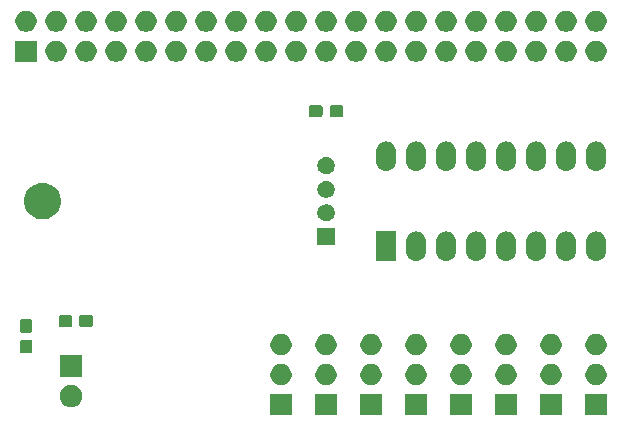
<source format=gbr>
G04 #@! TF.GenerationSoftware,KiCad,Pcbnew,5.1.5*
G04 #@! TF.CreationDate,2020-04-20T14:34:13-06:00*
G04 #@! TF.ProjectId,growbot,67726f77-626f-4742-9e6b-696361645f70,rev?*
G04 #@! TF.SameCoordinates,Original*
G04 #@! TF.FileFunction,Soldermask,Top*
G04 #@! TF.FilePolarity,Negative*
%FSLAX46Y46*%
G04 Gerber Fmt 4.6, Leading zero omitted, Abs format (unit mm)*
G04 Created by KiCad (PCBNEW 5.1.5) date 2020-04-20 14:34:13*
%MOMM*%
%LPD*%
G04 APERTURE LIST*
%ADD10C,0.100000*%
G04 APERTURE END LIST*
D10*
G36*
X143141000Y-114645999D02*
G01*
X141339000Y-114645999D01*
X141339000Y-112843999D01*
X143141000Y-112843999D01*
X143141000Y-114645999D01*
G37*
G36*
X169811000Y-114645999D02*
G01*
X168009000Y-114645999D01*
X168009000Y-112843999D01*
X169811000Y-112843999D01*
X169811000Y-114645999D01*
G37*
G36*
X166001000Y-114645999D02*
G01*
X164199000Y-114645999D01*
X164199000Y-112843999D01*
X166001000Y-112843999D01*
X166001000Y-114645999D01*
G37*
G36*
X162191000Y-114645999D02*
G01*
X160389000Y-114645999D01*
X160389000Y-112843999D01*
X162191000Y-112843999D01*
X162191000Y-114645999D01*
G37*
G36*
X158381000Y-114645999D02*
G01*
X156579000Y-114645999D01*
X156579000Y-112843999D01*
X158381000Y-112843999D01*
X158381000Y-114645999D01*
G37*
G36*
X150761000Y-114645999D02*
G01*
X148959000Y-114645999D01*
X148959000Y-112843999D01*
X150761000Y-112843999D01*
X150761000Y-114645999D01*
G37*
G36*
X154571000Y-114645999D02*
G01*
X152769000Y-114645999D01*
X152769000Y-112843999D01*
X154571000Y-112843999D01*
X154571000Y-114645999D01*
G37*
G36*
X146951000Y-114645999D02*
G01*
X145149000Y-114645999D01*
X145149000Y-112843999D01*
X146951000Y-112843999D01*
X146951000Y-114645999D01*
G37*
G36*
X124737395Y-112115546D02*
G01*
X124910466Y-112187234D01*
X124910467Y-112187235D01*
X125066227Y-112291310D01*
X125198690Y-112423773D01*
X125198691Y-112423775D01*
X125302766Y-112579534D01*
X125374454Y-112752605D01*
X125411000Y-112936333D01*
X125411000Y-113123667D01*
X125374454Y-113307395D01*
X125302766Y-113480466D01*
X125302765Y-113480467D01*
X125198690Y-113636227D01*
X125066227Y-113768690D01*
X124987818Y-113821081D01*
X124910466Y-113872766D01*
X124737395Y-113944454D01*
X124553667Y-113981000D01*
X124366333Y-113981000D01*
X124182605Y-113944454D01*
X124009534Y-113872766D01*
X123932182Y-113821081D01*
X123853773Y-113768690D01*
X123721310Y-113636227D01*
X123617235Y-113480467D01*
X123617234Y-113480466D01*
X123545546Y-113307395D01*
X123509000Y-113123667D01*
X123509000Y-112936333D01*
X123545546Y-112752605D01*
X123617234Y-112579534D01*
X123721309Y-112423775D01*
X123721310Y-112423773D01*
X123853773Y-112291310D01*
X124009533Y-112187235D01*
X124009534Y-112187234D01*
X124182605Y-112115546D01*
X124366333Y-112079000D01*
X124553667Y-112079000D01*
X124737395Y-112115546D01*
G37*
G36*
X142353512Y-110308926D02*
G01*
X142502812Y-110338623D01*
X142666784Y-110406543D01*
X142814354Y-110505146D01*
X142939853Y-110630645D01*
X143038456Y-110778215D01*
X143106376Y-110942187D01*
X143141000Y-111116258D01*
X143141000Y-111293740D01*
X143106376Y-111467811D01*
X143038456Y-111631783D01*
X142939853Y-111779353D01*
X142814354Y-111904852D01*
X142666784Y-112003455D01*
X142502812Y-112071375D01*
X142353512Y-112101072D01*
X142328742Y-112105999D01*
X142151258Y-112105999D01*
X142126488Y-112101072D01*
X141977188Y-112071375D01*
X141813216Y-112003455D01*
X141665646Y-111904852D01*
X141540147Y-111779353D01*
X141441544Y-111631783D01*
X141373624Y-111467811D01*
X141339000Y-111293740D01*
X141339000Y-111116258D01*
X141373624Y-110942187D01*
X141441544Y-110778215D01*
X141540147Y-110630645D01*
X141665646Y-110505146D01*
X141813216Y-110406543D01*
X141977188Y-110338623D01*
X142126488Y-110308926D01*
X142151258Y-110303999D01*
X142328742Y-110303999D01*
X142353512Y-110308926D01*
G37*
G36*
X169023512Y-110308926D02*
G01*
X169172812Y-110338623D01*
X169336784Y-110406543D01*
X169484354Y-110505146D01*
X169609853Y-110630645D01*
X169708456Y-110778215D01*
X169776376Y-110942187D01*
X169811000Y-111116258D01*
X169811000Y-111293740D01*
X169776376Y-111467811D01*
X169708456Y-111631783D01*
X169609853Y-111779353D01*
X169484354Y-111904852D01*
X169336784Y-112003455D01*
X169172812Y-112071375D01*
X169023512Y-112101072D01*
X168998742Y-112105999D01*
X168821258Y-112105999D01*
X168796488Y-112101072D01*
X168647188Y-112071375D01*
X168483216Y-112003455D01*
X168335646Y-111904852D01*
X168210147Y-111779353D01*
X168111544Y-111631783D01*
X168043624Y-111467811D01*
X168009000Y-111293740D01*
X168009000Y-111116258D01*
X168043624Y-110942187D01*
X168111544Y-110778215D01*
X168210147Y-110630645D01*
X168335646Y-110505146D01*
X168483216Y-110406543D01*
X168647188Y-110338623D01*
X168796488Y-110308926D01*
X168821258Y-110303999D01*
X168998742Y-110303999D01*
X169023512Y-110308926D01*
G37*
G36*
X165213512Y-110308926D02*
G01*
X165362812Y-110338623D01*
X165526784Y-110406543D01*
X165674354Y-110505146D01*
X165799853Y-110630645D01*
X165898456Y-110778215D01*
X165966376Y-110942187D01*
X166001000Y-111116258D01*
X166001000Y-111293740D01*
X165966376Y-111467811D01*
X165898456Y-111631783D01*
X165799853Y-111779353D01*
X165674354Y-111904852D01*
X165526784Y-112003455D01*
X165362812Y-112071375D01*
X165213512Y-112101072D01*
X165188742Y-112105999D01*
X165011258Y-112105999D01*
X164986488Y-112101072D01*
X164837188Y-112071375D01*
X164673216Y-112003455D01*
X164525646Y-111904852D01*
X164400147Y-111779353D01*
X164301544Y-111631783D01*
X164233624Y-111467811D01*
X164199000Y-111293740D01*
X164199000Y-111116258D01*
X164233624Y-110942187D01*
X164301544Y-110778215D01*
X164400147Y-110630645D01*
X164525646Y-110505146D01*
X164673216Y-110406543D01*
X164837188Y-110338623D01*
X164986488Y-110308926D01*
X165011258Y-110303999D01*
X165188742Y-110303999D01*
X165213512Y-110308926D01*
G37*
G36*
X161403512Y-110308926D02*
G01*
X161552812Y-110338623D01*
X161716784Y-110406543D01*
X161864354Y-110505146D01*
X161989853Y-110630645D01*
X162088456Y-110778215D01*
X162156376Y-110942187D01*
X162191000Y-111116258D01*
X162191000Y-111293740D01*
X162156376Y-111467811D01*
X162088456Y-111631783D01*
X161989853Y-111779353D01*
X161864354Y-111904852D01*
X161716784Y-112003455D01*
X161552812Y-112071375D01*
X161403512Y-112101072D01*
X161378742Y-112105999D01*
X161201258Y-112105999D01*
X161176488Y-112101072D01*
X161027188Y-112071375D01*
X160863216Y-112003455D01*
X160715646Y-111904852D01*
X160590147Y-111779353D01*
X160491544Y-111631783D01*
X160423624Y-111467811D01*
X160389000Y-111293740D01*
X160389000Y-111116258D01*
X160423624Y-110942187D01*
X160491544Y-110778215D01*
X160590147Y-110630645D01*
X160715646Y-110505146D01*
X160863216Y-110406543D01*
X161027188Y-110338623D01*
X161176488Y-110308926D01*
X161201258Y-110303999D01*
X161378742Y-110303999D01*
X161403512Y-110308926D01*
G37*
G36*
X157593512Y-110308926D02*
G01*
X157742812Y-110338623D01*
X157906784Y-110406543D01*
X158054354Y-110505146D01*
X158179853Y-110630645D01*
X158278456Y-110778215D01*
X158346376Y-110942187D01*
X158381000Y-111116258D01*
X158381000Y-111293740D01*
X158346376Y-111467811D01*
X158278456Y-111631783D01*
X158179853Y-111779353D01*
X158054354Y-111904852D01*
X157906784Y-112003455D01*
X157742812Y-112071375D01*
X157593512Y-112101072D01*
X157568742Y-112105999D01*
X157391258Y-112105999D01*
X157366488Y-112101072D01*
X157217188Y-112071375D01*
X157053216Y-112003455D01*
X156905646Y-111904852D01*
X156780147Y-111779353D01*
X156681544Y-111631783D01*
X156613624Y-111467811D01*
X156579000Y-111293740D01*
X156579000Y-111116258D01*
X156613624Y-110942187D01*
X156681544Y-110778215D01*
X156780147Y-110630645D01*
X156905646Y-110505146D01*
X157053216Y-110406543D01*
X157217188Y-110338623D01*
X157366488Y-110308926D01*
X157391258Y-110303999D01*
X157568742Y-110303999D01*
X157593512Y-110308926D01*
G37*
G36*
X153783512Y-110308926D02*
G01*
X153932812Y-110338623D01*
X154096784Y-110406543D01*
X154244354Y-110505146D01*
X154369853Y-110630645D01*
X154468456Y-110778215D01*
X154536376Y-110942187D01*
X154571000Y-111116258D01*
X154571000Y-111293740D01*
X154536376Y-111467811D01*
X154468456Y-111631783D01*
X154369853Y-111779353D01*
X154244354Y-111904852D01*
X154096784Y-112003455D01*
X153932812Y-112071375D01*
X153783512Y-112101072D01*
X153758742Y-112105999D01*
X153581258Y-112105999D01*
X153556488Y-112101072D01*
X153407188Y-112071375D01*
X153243216Y-112003455D01*
X153095646Y-111904852D01*
X152970147Y-111779353D01*
X152871544Y-111631783D01*
X152803624Y-111467811D01*
X152769000Y-111293740D01*
X152769000Y-111116258D01*
X152803624Y-110942187D01*
X152871544Y-110778215D01*
X152970147Y-110630645D01*
X153095646Y-110505146D01*
X153243216Y-110406543D01*
X153407188Y-110338623D01*
X153556488Y-110308926D01*
X153581258Y-110303999D01*
X153758742Y-110303999D01*
X153783512Y-110308926D01*
G37*
G36*
X149973512Y-110308926D02*
G01*
X150122812Y-110338623D01*
X150286784Y-110406543D01*
X150434354Y-110505146D01*
X150559853Y-110630645D01*
X150658456Y-110778215D01*
X150726376Y-110942187D01*
X150761000Y-111116258D01*
X150761000Y-111293740D01*
X150726376Y-111467811D01*
X150658456Y-111631783D01*
X150559853Y-111779353D01*
X150434354Y-111904852D01*
X150286784Y-112003455D01*
X150122812Y-112071375D01*
X149973512Y-112101072D01*
X149948742Y-112105999D01*
X149771258Y-112105999D01*
X149746488Y-112101072D01*
X149597188Y-112071375D01*
X149433216Y-112003455D01*
X149285646Y-111904852D01*
X149160147Y-111779353D01*
X149061544Y-111631783D01*
X148993624Y-111467811D01*
X148959000Y-111293740D01*
X148959000Y-111116258D01*
X148993624Y-110942187D01*
X149061544Y-110778215D01*
X149160147Y-110630645D01*
X149285646Y-110505146D01*
X149433216Y-110406543D01*
X149597188Y-110338623D01*
X149746488Y-110308926D01*
X149771258Y-110303999D01*
X149948742Y-110303999D01*
X149973512Y-110308926D01*
G37*
G36*
X146163512Y-110308926D02*
G01*
X146312812Y-110338623D01*
X146476784Y-110406543D01*
X146624354Y-110505146D01*
X146749853Y-110630645D01*
X146848456Y-110778215D01*
X146916376Y-110942187D01*
X146951000Y-111116258D01*
X146951000Y-111293740D01*
X146916376Y-111467811D01*
X146848456Y-111631783D01*
X146749853Y-111779353D01*
X146624354Y-111904852D01*
X146476784Y-112003455D01*
X146312812Y-112071375D01*
X146163512Y-112101072D01*
X146138742Y-112105999D01*
X145961258Y-112105999D01*
X145936488Y-112101072D01*
X145787188Y-112071375D01*
X145623216Y-112003455D01*
X145475646Y-111904852D01*
X145350147Y-111779353D01*
X145251544Y-111631783D01*
X145183624Y-111467811D01*
X145149000Y-111293740D01*
X145149000Y-111116258D01*
X145183624Y-110942187D01*
X145251544Y-110778215D01*
X145350147Y-110630645D01*
X145475646Y-110505146D01*
X145623216Y-110406543D01*
X145787188Y-110338623D01*
X145936488Y-110308926D01*
X145961258Y-110303999D01*
X146138742Y-110303999D01*
X146163512Y-110308926D01*
G37*
G36*
X125411000Y-111441000D02*
G01*
X123509000Y-111441000D01*
X123509000Y-109539000D01*
X125411000Y-109539000D01*
X125411000Y-111441000D01*
G37*
G36*
X161403512Y-107768926D02*
G01*
X161552812Y-107798623D01*
X161716784Y-107866543D01*
X161864354Y-107965146D01*
X161989853Y-108090645D01*
X162088456Y-108238215D01*
X162156376Y-108402187D01*
X162191000Y-108576258D01*
X162191000Y-108753740D01*
X162156376Y-108927811D01*
X162088456Y-109091783D01*
X161989853Y-109239353D01*
X161864354Y-109364852D01*
X161716784Y-109463455D01*
X161552812Y-109531375D01*
X161403512Y-109561072D01*
X161378742Y-109565999D01*
X161201258Y-109565999D01*
X161176488Y-109561072D01*
X161027188Y-109531375D01*
X160863216Y-109463455D01*
X160715646Y-109364852D01*
X160590147Y-109239353D01*
X160491544Y-109091783D01*
X160423624Y-108927811D01*
X160389000Y-108753740D01*
X160389000Y-108576258D01*
X160423624Y-108402187D01*
X160491544Y-108238215D01*
X160590147Y-108090645D01*
X160715646Y-107965146D01*
X160863216Y-107866543D01*
X161027188Y-107798623D01*
X161176488Y-107768926D01*
X161201258Y-107763999D01*
X161378742Y-107763999D01*
X161403512Y-107768926D01*
G37*
G36*
X142353512Y-107768926D02*
G01*
X142502812Y-107798623D01*
X142666784Y-107866543D01*
X142814354Y-107965146D01*
X142939853Y-108090645D01*
X143038456Y-108238215D01*
X143106376Y-108402187D01*
X143141000Y-108576258D01*
X143141000Y-108753740D01*
X143106376Y-108927811D01*
X143038456Y-109091783D01*
X142939853Y-109239353D01*
X142814354Y-109364852D01*
X142666784Y-109463455D01*
X142502812Y-109531375D01*
X142353512Y-109561072D01*
X142328742Y-109565999D01*
X142151258Y-109565999D01*
X142126488Y-109561072D01*
X141977188Y-109531375D01*
X141813216Y-109463455D01*
X141665646Y-109364852D01*
X141540147Y-109239353D01*
X141441544Y-109091783D01*
X141373624Y-108927811D01*
X141339000Y-108753740D01*
X141339000Y-108576258D01*
X141373624Y-108402187D01*
X141441544Y-108238215D01*
X141540147Y-108090645D01*
X141665646Y-107965146D01*
X141813216Y-107866543D01*
X141977188Y-107798623D01*
X142126488Y-107768926D01*
X142151258Y-107763999D01*
X142328742Y-107763999D01*
X142353512Y-107768926D01*
G37*
G36*
X169023512Y-107768926D02*
G01*
X169172812Y-107798623D01*
X169336784Y-107866543D01*
X169484354Y-107965146D01*
X169609853Y-108090645D01*
X169708456Y-108238215D01*
X169776376Y-108402187D01*
X169811000Y-108576258D01*
X169811000Y-108753740D01*
X169776376Y-108927811D01*
X169708456Y-109091783D01*
X169609853Y-109239353D01*
X169484354Y-109364852D01*
X169336784Y-109463455D01*
X169172812Y-109531375D01*
X169023512Y-109561072D01*
X168998742Y-109565999D01*
X168821258Y-109565999D01*
X168796488Y-109561072D01*
X168647188Y-109531375D01*
X168483216Y-109463455D01*
X168335646Y-109364852D01*
X168210147Y-109239353D01*
X168111544Y-109091783D01*
X168043624Y-108927811D01*
X168009000Y-108753740D01*
X168009000Y-108576258D01*
X168043624Y-108402187D01*
X168111544Y-108238215D01*
X168210147Y-108090645D01*
X168335646Y-107965146D01*
X168483216Y-107866543D01*
X168647188Y-107798623D01*
X168796488Y-107768926D01*
X168821258Y-107763999D01*
X168998742Y-107763999D01*
X169023512Y-107768926D01*
G37*
G36*
X165213512Y-107768926D02*
G01*
X165362812Y-107798623D01*
X165526784Y-107866543D01*
X165674354Y-107965146D01*
X165799853Y-108090645D01*
X165898456Y-108238215D01*
X165966376Y-108402187D01*
X166001000Y-108576258D01*
X166001000Y-108753740D01*
X165966376Y-108927811D01*
X165898456Y-109091783D01*
X165799853Y-109239353D01*
X165674354Y-109364852D01*
X165526784Y-109463455D01*
X165362812Y-109531375D01*
X165213512Y-109561072D01*
X165188742Y-109565999D01*
X165011258Y-109565999D01*
X164986488Y-109561072D01*
X164837188Y-109531375D01*
X164673216Y-109463455D01*
X164525646Y-109364852D01*
X164400147Y-109239353D01*
X164301544Y-109091783D01*
X164233624Y-108927811D01*
X164199000Y-108753740D01*
X164199000Y-108576258D01*
X164233624Y-108402187D01*
X164301544Y-108238215D01*
X164400147Y-108090645D01*
X164525646Y-107965146D01*
X164673216Y-107866543D01*
X164837188Y-107798623D01*
X164986488Y-107768926D01*
X165011258Y-107763999D01*
X165188742Y-107763999D01*
X165213512Y-107768926D01*
G37*
G36*
X146163512Y-107768926D02*
G01*
X146312812Y-107798623D01*
X146476784Y-107866543D01*
X146624354Y-107965146D01*
X146749853Y-108090645D01*
X146848456Y-108238215D01*
X146916376Y-108402187D01*
X146951000Y-108576258D01*
X146951000Y-108753740D01*
X146916376Y-108927811D01*
X146848456Y-109091783D01*
X146749853Y-109239353D01*
X146624354Y-109364852D01*
X146476784Y-109463455D01*
X146312812Y-109531375D01*
X146163512Y-109561072D01*
X146138742Y-109565999D01*
X145961258Y-109565999D01*
X145936488Y-109561072D01*
X145787188Y-109531375D01*
X145623216Y-109463455D01*
X145475646Y-109364852D01*
X145350147Y-109239353D01*
X145251544Y-109091783D01*
X145183624Y-108927811D01*
X145149000Y-108753740D01*
X145149000Y-108576258D01*
X145183624Y-108402187D01*
X145251544Y-108238215D01*
X145350147Y-108090645D01*
X145475646Y-107965146D01*
X145623216Y-107866543D01*
X145787188Y-107798623D01*
X145936488Y-107768926D01*
X145961258Y-107763999D01*
X146138742Y-107763999D01*
X146163512Y-107768926D01*
G37*
G36*
X157593512Y-107768926D02*
G01*
X157742812Y-107798623D01*
X157906784Y-107866543D01*
X158054354Y-107965146D01*
X158179853Y-108090645D01*
X158278456Y-108238215D01*
X158346376Y-108402187D01*
X158381000Y-108576258D01*
X158381000Y-108753740D01*
X158346376Y-108927811D01*
X158278456Y-109091783D01*
X158179853Y-109239353D01*
X158054354Y-109364852D01*
X157906784Y-109463455D01*
X157742812Y-109531375D01*
X157593512Y-109561072D01*
X157568742Y-109565999D01*
X157391258Y-109565999D01*
X157366488Y-109561072D01*
X157217188Y-109531375D01*
X157053216Y-109463455D01*
X156905646Y-109364852D01*
X156780147Y-109239353D01*
X156681544Y-109091783D01*
X156613624Y-108927811D01*
X156579000Y-108753740D01*
X156579000Y-108576258D01*
X156613624Y-108402187D01*
X156681544Y-108238215D01*
X156780147Y-108090645D01*
X156905646Y-107965146D01*
X157053216Y-107866543D01*
X157217188Y-107798623D01*
X157366488Y-107768926D01*
X157391258Y-107763999D01*
X157568742Y-107763999D01*
X157593512Y-107768926D01*
G37*
G36*
X153783512Y-107768926D02*
G01*
X153932812Y-107798623D01*
X154096784Y-107866543D01*
X154244354Y-107965146D01*
X154369853Y-108090645D01*
X154468456Y-108238215D01*
X154536376Y-108402187D01*
X154571000Y-108576258D01*
X154571000Y-108753740D01*
X154536376Y-108927811D01*
X154468456Y-109091783D01*
X154369853Y-109239353D01*
X154244354Y-109364852D01*
X154096784Y-109463455D01*
X153932812Y-109531375D01*
X153783512Y-109561072D01*
X153758742Y-109565999D01*
X153581258Y-109565999D01*
X153556488Y-109561072D01*
X153407188Y-109531375D01*
X153243216Y-109463455D01*
X153095646Y-109364852D01*
X152970147Y-109239353D01*
X152871544Y-109091783D01*
X152803624Y-108927811D01*
X152769000Y-108753740D01*
X152769000Y-108576258D01*
X152803624Y-108402187D01*
X152871544Y-108238215D01*
X152970147Y-108090645D01*
X153095646Y-107965146D01*
X153243216Y-107866543D01*
X153407188Y-107798623D01*
X153556488Y-107768926D01*
X153581258Y-107763999D01*
X153758742Y-107763999D01*
X153783512Y-107768926D01*
G37*
G36*
X149973512Y-107768926D02*
G01*
X150122812Y-107798623D01*
X150286784Y-107866543D01*
X150434354Y-107965146D01*
X150559853Y-108090645D01*
X150658456Y-108238215D01*
X150726376Y-108402187D01*
X150761000Y-108576258D01*
X150761000Y-108753740D01*
X150726376Y-108927811D01*
X150658456Y-109091783D01*
X150559853Y-109239353D01*
X150434354Y-109364852D01*
X150286784Y-109463455D01*
X150122812Y-109531375D01*
X149973512Y-109561072D01*
X149948742Y-109565999D01*
X149771258Y-109565999D01*
X149746488Y-109561072D01*
X149597188Y-109531375D01*
X149433216Y-109463455D01*
X149285646Y-109364852D01*
X149160147Y-109239353D01*
X149061544Y-109091783D01*
X148993624Y-108927811D01*
X148959000Y-108753740D01*
X148959000Y-108576258D01*
X148993624Y-108402187D01*
X149061544Y-108238215D01*
X149160147Y-108090645D01*
X149285646Y-107965146D01*
X149433216Y-107866543D01*
X149597188Y-107798623D01*
X149746488Y-107768926D01*
X149771258Y-107763999D01*
X149948742Y-107763999D01*
X149973512Y-107768926D01*
G37*
G36*
X121014499Y-108253445D02*
G01*
X121051995Y-108264820D01*
X121086554Y-108283292D01*
X121116847Y-108308153D01*
X121141708Y-108338446D01*
X121160180Y-108373005D01*
X121171555Y-108410501D01*
X121176000Y-108455638D01*
X121176000Y-109194362D01*
X121171555Y-109239499D01*
X121160180Y-109276995D01*
X121141708Y-109311554D01*
X121116847Y-109341847D01*
X121086554Y-109366708D01*
X121051995Y-109385180D01*
X121014499Y-109396555D01*
X120969362Y-109401000D01*
X120330638Y-109401000D01*
X120285501Y-109396555D01*
X120248005Y-109385180D01*
X120213446Y-109366708D01*
X120183153Y-109341847D01*
X120158292Y-109311554D01*
X120139820Y-109276995D01*
X120128445Y-109239499D01*
X120124000Y-109194362D01*
X120124000Y-108455638D01*
X120128445Y-108410501D01*
X120139820Y-108373005D01*
X120158292Y-108338446D01*
X120183153Y-108308153D01*
X120213446Y-108283292D01*
X120248005Y-108264820D01*
X120285501Y-108253445D01*
X120330638Y-108249000D01*
X120969362Y-108249000D01*
X121014499Y-108253445D01*
G37*
G36*
X121014499Y-106503445D02*
G01*
X121051995Y-106514820D01*
X121086554Y-106533292D01*
X121116847Y-106558153D01*
X121141708Y-106588446D01*
X121160180Y-106623005D01*
X121171555Y-106660501D01*
X121176000Y-106705638D01*
X121176000Y-107444362D01*
X121171555Y-107489499D01*
X121160180Y-107526995D01*
X121141708Y-107561554D01*
X121116847Y-107591847D01*
X121086554Y-107616708D01*
X121051995Y-107635180D01*
X121014499Y-107646555D01*
X120969362Y-107651000D01*
X120330638Y-107651000D01*
X120285501Y-107646555D01*
X120248005Y-107635180D01*
X120213446Y-107616708D01*
X120183153Y-107591847D01*
X120158292Y-107561554D01*
X120139820Y-107526995D01*
X120128445Y-107489499D01*
X120124000Y-107444362D01*
X120124000Y-106705638D01*
X120128445Y-106660501D01*
X120139820Y-106623005D01*
X120158292Y-106588446D01*
X120183153Y-106558153D01*
X120213446Y-106533292D01*
X120248005Y-106514820D01*
X120285501Y-106503445D01*
X120330638Y-106499000D01*
X120969362Y-106499000D01*
X121014499Y-106503445D01*
G37*
G36*
X124394499Y-106158445D02*
G01*
X124431995Y-106169820D01*
X124466554Y-106188292D01*
X124496847Y-106213153D01*
X124521708Y-106243446D01*
X124540180Y-106278005D01*
X124551555Y-106315501D01*
X124556000Y-106360638D01*
X124556000Y-106999362D01*
X124551555Y-107044499D01*
X124540180Y-107081995D01*
X124521708Y-107116554D01*
X124496847Y-107146847D01*
X124466554Y-107171708D01*
X124431995Y-107190180D01*
X124394499Y-107201555D01*
X124349362Y-107206000D01*
X123610638Y-107206000D01*
X123565501Y-107201555D01*
X123528005Y-107190180D01*
X123493446Y-107171708D01*
X123463153Y-107146847D01*
X123438292Y-107116554D01*
X123419820Y-107081995D01*
X123408445Y-107044499D01*
X123404000Y-106999362D01*
X123404000Y-106360638D01*
X123408445Y-106315501D01*
X123419820Y-106278005D01*
X123438292Y-106243446D01*
X123463153Y-106213153D01*
X123493446Y-106188292D01*
X123528005Y-106169820D01*
X123565501Y-106158445D01*
X123610638Y-106154000D01*
X124349362Y-106154000D01*
X124394499Y-106158445D01*
G37*
G36*
X126144499Y-106158445D02*
G01*
X126181995Y-106169820D01*
X126216554Y-106188292D01*
X126246847Y-106213153D01*
X126271708Y-106243446D01*
X126290180Y-106278005D01*
X126301555Y-106315501D01*
X126306000Y-106360638D01*
X126306000Y-106999362D01*
X126301555Y-107044499D01*
X126290180Y-107081995D01*
X126271708Y-107116554D01*
X126246847Y-107146847D01*
X126216554Y-107171708D01*
X126181995Y-107190180D01*
X126144499Y-107201555D01*
X126099362Y-107206000D01*
X125360638Y-107206000D01*
X125315501Y-107201555D01*
X125278005Y-107190180D01*
X125243446Y-107171708D01*
X125213153Y-107146847D01*
X125188292Y-107116554D01*
X125169820Y-107081995D01*
X125158445Y-107044499D01*
X125154000Y-106999362D01*
X125154000Y-106360638D01*
X125158445Y-106315501D01*
X125169820Y-106278005D01*
X125188292Y-106243446D01*
X125213153Y-106213153D01*
X125243446Y-106188292D01*
X125278005Y-106169820D01*
X125315501Y-106158445D01*
X125360638Y-106154000D01*
X126099362Y-106154000D01*
X126144499Y-106158445D01*
G37*
G36*
X169076822Y-99091313D02*
G01*
X169237241Y-99139976D01*
X169385077Y-99218995D01*
X169514659Y-99325341D01*
X169621004Y-99454922D01*
X169621005Y-99454924D01*
X169700024Y-99602758D01*
X169748687Y-99763177D01*
X169761000Y-99888196D01*
X169761000Y-100771803D01*
X169748687Y-100896822D01*
X169700024Y-101057242D01*
X169629114Y-101189906D01*
X169621004Y-101205078D01*
X169514659Y-101334659D01*
X169385078Y-101441004D01*
X169385076Y-101441005D01*
X169237242Y-101520024D01*
X169076823Y-101568687D01*
X168910000Y-101585117D01*
X168743178Y-101568687D01*
X168582759Y-101520024D01*
X168434925Y-101441005D01*
X168434923Y-101441004D01*
X168305342Y-101334659D01*
X168198997Y-101205078D01*
X168190887Y-101189906D01*
X168119977Y-101057242D01*
X168071314Y-100896823D01*
X168059000Y-100771803D01*
X168059000Y-99888197D01*
X168071313Y-99763178D01*
X168119976Y-99602759D01*
X168198995Y-99454923D01*
X168305341Y-99325341D01*
X168434922Y-99218996D01*
X168450094Y-99210886D01*
X168582758Y-99139976D01*
X168743177Y-99091313D01*
X168910000Y-99074883D01*
X169076822Y-99091313D01*
G37*
G36*
X166536822Y-99091313D02*
G01*
X166697241Y-99139976D01*
X166845077Y-99218995D01*
X166974659Y-99325341D01*
X167081004Y-99454922D01*
X167081005Y-99454924D01*
X167160024Y-99602758D01*
X167208687Y-99763177D01*
X167221000Y-99888196D01*
X167221000Y-100771803D01*
X167208687Y-100896822D01*
X167160024Y-101057242D01*
X167089114Y-101189906D01*
X167081004Y-101205078D01*
X166974659Y-101334659D01*
X166845078Y-101441004D01*
X166845076Y-101441005D01*
X166697242Y-101520024D01*
X166536823Y-101568687D01*
X166370000Y-101585117D01*
X166203178Y-101568687D01*
X166042759Y-101520024D01*
X165894925Y-101441005D01*
X165894923Y-101441004D01*
X165765342Y-101334659D01*
X165658997Y-101205078D01*
X165650887Y-101189906D01*
X165579977Y-101057242D01*
X165531314Y-100896823D01*
X165519000Y-100771803D01*
X165519000Y-99888197D01*
X165531313Y-99763178D01*
X165579976Y-99602759D01*
X165658995Y-99454923D01*
X165765341Y-99325341D01*
X165894922Y-99218996D01*
X165910094Y-99210886D01*
X166042758Y-99139976D01*
X166203177Y-99091313D01*
X166370000Y-99074883D01*
X166536822Y-99091313D01*
G37*
G36*
X163996822Y-99091313D02*
G01*
X164157241Y-99139976D01*
X164305077Y-99218995D01*
X164434659Y-99325341D01*
X164541004Y-99454922D01*
X164541005Y-99454924D01*
X164620024Y-99602758D01*
X164668687Y-99763177D01*
X164681000Y-99888196D01*
X164681000Y-100771803D01*
X164668687Y-100896822D01*
X164620024Y-101057242D01*
X164549114Y-101189906D01*
X164541004Y-101205078D01*
X164434659Y-101334659D01*
X164305078Y-101441004D01*
X164305076Y-101441005D01*
X164157242Y-101520024D01*
X163996823Y-101568687D01*
X163830000Y-101585117D01*
X163663178Y-101568687D01*
X163502759Y-101520024D01*
X163354925Y-101441005D01*
X163354923Y-101441004D01*
X163225342Y-101334659D01*
X163118997Y-101205078D01*
X163110887Y-101189906D01*
X163039977Y-101057242D01*
X162991314Y-100896823D01*
X162979000Y-100771803D01*
X162979000Y-99888197D01*
X162991313Y-99763178D01*
X163039976Y-99602759D01*
X163118995Y-99454923D01*
X163225341Y-99325341D01*
X163354922Y-99218996D01*
X163370094Y-99210886D01*
X163502758Y-99139976D01*
X163663177Y-99091313D01*
X163830000Y-99074883D01*
X163996822Y-99091313D01*
G37*
G36*
X161456822Y-99091313D02*
G01*
X161617241Y-99139976D01*
X161765077Y-99218995D01*
X161894659Y-99325341D01*
X162001004Y-99454922D01*
X162001005Y-99454924D01*
X162080024Y-99602758D01*
X162128687Y-99763177D01*
X162141000Y-99888196D01*
X162141000Y-100771803D01*
X162128687Y-100896822D01*
X162080024Y-101057242D01*
X162009114Y-101189906D01*
X162001004Y-101205078D01*
X161894659Y-101334659D01*
X161765078Y-101441004D01*
X161765076Y-101441005D01*
X161617242Y-101520024D01*
X161456823Y-101568687D01*
X161290000Y-101585117D01*
X161123178Y-101568687D01*
X160962759Y-101520024D01*
X160814925Y-101441005D01*
X160814923Y-101441004D01*
X160685342Y-101334659D01*
X160578997Y-101205078D01*
X160570887Y-101189906D01*
X160499977Y-101057242D01*
X160451314Y-100896823D01*
X160439000Y-100771803D01*
X160439000Y-99888197D01*
X160451313Y-99763178D01*
X160499976Y-99602759D01*
X160578995Y-99454923D01*
X160685341Y-99325341D01*
X160814922Y-99218996D01*
X160830094Y-99210886D01*
X160962758Y-99139976D01*
X161123177Y-99091313D01*
X161290000Y-99074883D01*
X161456822Y-99091313D01*
G37*
G36*
X158916822Y-99091313D02*
G01*
X159077241Y-99139976D01*
X159225077Y-99218995D01*
X159354659Y-99325341D01*
X159461004Y-99454922D01*
X159461005Y-99454924D01*
X159540024Y-99602758D01*
X159588687Y-99763177D01*
X159601000Y-99888196D01*
X159601000Y-100771803D01*
X159588687Y-100896822D01*
X159540024Y-101057242D01*
X159469114Y-101189906D01*
X159461004Y-101205078D01*
X159354659Y-101334659D01*
X159225078Y-101441004D01*
X159225076Y-101441005D01*
X159077242Y-101520024D01*
X158916823Y-101568687D01*
X158750000Y-101585117D01*
X158583178Y-101568687D01*
X158422759Y-101520024D01*
X158274925Y-101441005D01*
X158274923Y-101441004D01*
X158145342Y-101334659D01*
X158038997Y-101205078D01*
X158030887Y-101189906D01*
X157959977Y-101057242D01*
X157911314Y-100896823D01*
X157899000Y-100771803D01*
X157899000Y-99888197D01*
X157911313Y-99763178D01*
X157959976Y-99602759D01*
X158038995Y-99454923D01*
X158145341Y-99325341D01*
X158274922Y-99218996D01*
X158290094Y-99210886D01*
X158422758Y-99139976D01*
X158583177Y-99091313D01*
X158750000Y-99074883D01*
X158916822Y-99091313D01*
G37*
G36*
X156376822Y-99091313D02*
G01*
X156537241Y-99139976D01*
X156685077Y-99218995D01*
X156814659Y-99325341D01*
X156921004Y-99454922D01*
X156921005Y-99454924D01*
X157000024Y-99602758D01*
X157048687Y-99763177D01*
X157061000Y-99888196D01*
X157061000Y-100771803D01*
X157048687Y-100896822D01*
X157000024Y-101057242D01*
X156929114Y-101189906D01*
X156921004Y-101205078D01*
X156814659Y-101334659D01*
X156685078Y-101441004D01*
X156685076Y-101441005D01*
X156537242Y-101520024D01*
X156376823Y-101568687D01*
X156210000Y-101585117D01*
X156043178Y-101568687D01*
X155882759Y-101520024D01*
X155734925Y-101441005D01*
X155734923Y-101441004D01*
X155605342Y-101334659D01*
X155498997Y-101205078D01*
X155490887Y-101189906D01*
X155419977Y-101057242D01*
X155371314Y-100896823D01*
X155359000Y-100771803D01*
X155359000Y-99888197D01*
X155371313Y-99763178D01*
X155419976Y-99602759D01*
X155498995Y-99454923D01*
X155605341Y-99325341D01*
X155734922Y-99218996D01*
X155750094Y-99210886D01*
X155882758Y-99139976D01*
X156043177Y-99091313D01*
X156210000Y-99074883D01*
X156376822Y-99091313D01*
G37*
G36*
X153836822Y-99091313D02*
G01*
X153997241Y-99139976D01*
X154145077Y-99218995D01*
X154274659Y-99325341D01*
X154381004Y-99454922D01*
X154381005Y-99454924D01*
X154460024Y-99602758D01*
X154508687Y-99763177D01*
X154521000Y-99888196D01*
X154521000Y-100771803D01*
X154508687Y-100896822D01*
X154460024Y-101057242D01*
X154389114Y-101189906D01*
X154381004Y-101205078D01*
X154274659Y-101334659D01*
X154145078Y-101441004D01*
X154145076Y-101441005D01*
X153997242Y-101520024D01*
X153836823Y-101568687D01*
X153670000Y-101585117D01*
X153503178Y-101568687D01*
X153342759Y-101520024D01*
X153194925Y-101441005D01*
X153194923Y-101441004D01*
X153065342Y-101334659D01*
X152958997Y-101205078D01*
X152950887Y-101189906D01*
X152879977Y-101057242D01*
X152831314Y-100896823D01*
X152819000Y-100771803D01*
X152819000Y-99888197D01*
X152831313Y-99763178D01*
X152879976Y-99602759D01*
X152958995Y-99454923D01*
X153065341Y-99325341D01*
X153194922Y-99218996D01*
X153210094Y-99210886D01*
X153342758Y-99139976D01*
X153503177Y-99091313D01*
X153670000Y-99074883D01*
X153836822Y-99091313D01*
G37*
G36*
X151981000Y-101581000D02*
G01*
X150279000Y-101581000D01*
X150279000Y-99079000D01*
X151981000Y-99079000D01*
X151981000Y-101581000D01*
G37*
G36*
X146776000Y-100231000D02*
G01*
X145324000Y-100231000D01*
X145324000Y-98779000D01*
X146776000Y-98779000D01*
X146776000Y-100231000D01*
G37*
G36*
X146261766Y-96806899D02*
G01*
X146393888Y-96861626D01*
X146393890Y-96861627D01*
X146512798Y-96941079D01*
X146613921Y-97042202D01*
X146613922Y-97042204D01*
X146693374Y-97161112D01*
X146748101Y-97293234D01*
X146776000Y-97433494D01*
X146776000Y-97576506D01*
X146748101Y-97716766D01*
X146693374Y-97848888D01*
X146693373Y-97848890D01*
X146613921Y-97967798D01*
X146512798Y-98068921D01*
X146393890Y-98148373D01*
X146393889Y-98148374D01*
X146393888Y-98148374D01*
X146261766Y-98203101D01*
X146121506Y-98231000D01*
X145978494Y-98231000D01*
X145838234Y-98203101D01*
X145706112Y-98148374D01*
X145706111Y-98148374D01*
X145706110Y-98148373D01*
X145587202Y-98068921D01*
X145486079Y-97967798D01*
X145406627Y-97848890D01*
X145406626Y-97848888D01*
X145351899Y-97716766D01*
X145324000Y-97576506D01*
X145324000Y-97433494D01*
X145351899Y-97293234D01*
X145406626Y-97161112D01*
X145486078Y-97042204D01*
X145486079Y-97042202D01*
X145587202Y-96941079D01*
X145706110Y-96861627D01*
X145706112Y-96861626D01*
X145838234Y-96806899D01*
X145978494Y-96779000D01*
X146121506Y-96779000D01*
X146261766Y-96806899D01*
G37*
G36*
X122352585Y-94998802D02*
G01*
X122502410Y-95028604D01*
X122784674Y-95145521D01*
X123038705Y-95315259D01*
X123254741Y-95531295D01*
X123424479Y-95785326D01*
X123541396Y-96067590D01*
X123601000Y-96367240D01*
X123601000Y-96672760D01*
X123541396Y-96972410D01*
X123424479Y-97254674D01*
X123254741Y-97508705D01*
X123038705Y-97724741D01*
X122784674Y-97894479D01*
X122502410Y-98011396D01*
X122352585Y-98041198D01*
X122202761Y-98071000D01*
X121897239Y-98071000D01*
X121747415Y-98041198D01*
X121597590Y-98011396D01*
X121315326Y-97894479D01*
X121061295Y-97724741D01*
X120845259Y-97508705D01*
X120675521Y-97254674D01*
X120558604Y-96972410D01*
X120499000Y-96672760D01*
X120499000Y-96367240D01*
X120558604Y-96067590D01*
X120675521Y-95785326D01*
X120845259Y-95531295D01*
X121061295Y-95315259D01*
X121315326Y-95145521D01*
X121597590Y-95028604D01*
X121747415Y-94998802D01*
X121897239Y-94969000D01*
X122202761Y-94969000D01*
X122352585Y-94998802D01*
G37*
G36*
X146261766Y-94806899D02*
G01*
X146393888Y-94861626D01*
X146393890Y-94861627D01*
X146512798Y-94941079D01*
X146613921Y-95042202D01*
X146693373Y-95161110D01*
X146693374Y-95161112D01*
X146748101Y-95293234D01*
X146776000Y-95433494D01*
X146776000Y-95576506D01*
X146748101Y-95716766D01*
X146693374Y-95848888D01*
X146693373Y-95848890D01*
X146613921Y-95967798D01*
X146512798Y-96068921D01*
X146393890Y-96148373D01*
X146393889Y-96148374D01*
X146393888Y-96148374D01*
X146261766Y-96203101D01*
X146121506Y-96231000D01*
X145978494Y-96231000D01*
X145838234Y-96203101D01*
X145706112Y-96148374D01*
X145706111Y-96148374D01*
X145706110Y-96148373D01*
X145587202Y-96068921D01*
X145486079Y-95967798D01*
X145406627Y-95848890D01*
X145406626Y-95848888D01*
X145351899Y-95716766D01*
X145324000Y-95576506D01*
X145324000Y-95433494D01*
X145351899Y-95293234D01*
X145406626Y-95161112D01*
X145406627Y-95161110D01*
X145486079Y-95042202D01*
X145587202Y-94941079D01*
X145706110Y-94861627D01*
X145706112Y-94861626D01*
X145838234Y-94806899D01*
X145978494Y-94779000D01*
X146121506Y-94779000D01*
X146261766Y-94806899D01*
G37*
G36*
X146261766Y-92806899D02*
G01*
X146393888Y-92861626D01*
X146393890Y-92861627D01*
X146512798Y-92941079D01*
X146613921Y-93042202D01*
X146613922Y-93042204D01*
X146693374Y-93161112D01*
X146748101Y-93293234D01*
X146776000Y-93433494D01*
X146776000Y-93576506D01*
X146748101Y-93716766D01*
X146693374Y-93848888D01*
X146693373Y-93848890D01*
X146613921Y-93967798D01*
X146512798Y-94068921D01*
X146393890Y-94148373D01*
X146393889Y-94148374D01*
X146393888Y-94148374D01*
X146261766Y-94203101D01*
X146121506Y-94231000D01*
X145978494Y-94231000D01*
X145838234Y-94203101D01*
X145706112Y-94148374D01*
X145706111Y-94148374D01*
X145706110Y-94148373D01*
X145587202Y-94068921D01*
X145486079Y-93967798D01*
X145406627Y-93848890D01*
X145406626Y-93848888D01*
X145351899Y-93716766D01*
X145324000Y-93576506D01*
X145324000Y-93433494D01*
X145351899Y-93293234D01*
X145406626Y-93161112D01*
X145486078Y-93042204D01*
X145486079Y-93042202D01*
X145587202Y-92941079D01*
X145706110Y-92861627D01*
X145706112Y-92861626D01*
X145838234Y-92806899D01*
X145978494Y-92779000D01*
X146121506Y-92779000D01*
X146261766Y-92806899D01*
G37*
G36*
X151296822Y-91471313D02*
G01*
X151457241Y-91519976D01*
X151605077Y-91598995D01*
X151734659Y-91705341D01*
X151841004Y-91834922D01*
X151841005Y-91834924D01*
X151920024Y-91982758D01*
X151968687Y-92143177D01*
X151981000Y-92268196D01*
X151981000Y-93151803D01*
X151968687Y-93276822D01*
X151920024Y-93437242D01*
X151849114Y-93569906D01*
X151841004Y-93585078D01*
X151734659Y-93714659D01*
X151605078Y-93821004D01*
X151605076Y-93821005D01*
X151457242Y-93900024D01*
X151296823Y-93948687D01*
X151130000Y-93965117D01*
X150963178Y-93948687D01*
X150802759Y-93900024D01*
X150654925Y-93821005D01*
X150654923Y-93821004D01*
X150525342Y-93714659D01*
X150418997Y-93585078D01*
X150410887Y-93569906D01*
X150339977Y-93437242D01*
X150291314Y-93276823D01*
X150279000Y-93151803D01*
X150279000Y-92268197D01*
X150291313Y-92143178D01*
X150339976Y-91982759D01*
X150418995Y-91834923D01*
X150525341Y-91705341D01*
X150654922Y-91598996D01*
X150670094Y-91590886D01*
X150802758Y-91519976D01*
X150963177Y-91471313D01*
X151130000Y-91454883D01*
X151296822Y-91471313D01*
G37*
G36*
X153836822Y-91471313D02*
G01*
X153997241Y-91519976D01*
X154145077Y-91598995D01*
X154274659Y-91705341D01*
X154381004Y-91834922D01*
X154381005Y-91834924D01*
X154460024Y-91982758D01*
X154508687Y-92143177D01*
X154521000Y-92268196D01*
X154521000Y-93151803D01*
X154508687Y-93276822D01*
X154460024Y-93437242D01*
X154389114Y-93569906D01*
X154381004Y-93585078D01*
X154274659Y-93714659D01*
X154145078Y-93821004D01*
X154145076Y-93821005D01*
X153997242Y-93900024D01*
X153836823Y-93948687D01*
X153670000Y-93965117D01*
X153503178Y-93948687D01*
X153342759Y-93900024D01*
X153194925Y-93821005D01*
X153194923Y-93821004D01*
X153065342Y-93714659D01*
X152958997Y-93585078D01*
X152950887Y-93569906D01*
X152879977Y-93437242D01*
X152831314Y-93276823D01*
X152819000Y-93151803D01*
X152819000Y-92268197D01*
X152831313Y-92143178D01*
X152879976Y-91982759D01*
X152958995Y-91834923D01*
X153065341Y-91705341D01*
X153194922Y-91598996D01*
X153210094Y-91590886D01*
X153342758Y-91519976D01*
X153503177Y-91471313D01*
X153670000Y-91454883D01*
X153836822Y-91471313D01*
G37*
G36*
X156376822Y-91471313D02*
G01*
X156537241Y-91519976D01*
X156685077Y-91598995D01*
X156814659Y-91705341D01*
X156921004Y-91834922D01*
X156921005Y-91834924D01*
X157000024Y-91982758D01*
X157048687Y-92143177D01*
X157061000Y-92268196D01*
X157061000Y-93151803D01*
X157048687Y-93276822D01*
X157000024Y-93437242D01*
X156929114Y-93569906D01*
X156921004Y-93585078D01*
X156814659Y-93714659D01*
X156685078Y-93821004D01*
X156685076Y-93821005D01*
X156537242Y-93900024D01*
X156376823Y-93948687D01*
X156210000Y-93965117D01*
X156043178Y-93948687D01*
X155882759Y-93900024D01*
X155734925Y-93821005D01*
X155734923Y-93821004D01*
X155605342Y-93714659D01*
X155498997Y-93585078D01*
X155490887Y-93569906D01*
X155419977Y-93437242D01*
X155371314Y-93276823D01*
X155359000Y-93151803D01*
X155359000Y-92268197D01*
X155371313Y-92143178D01*
X155419976Y-91982759D01*
X155498995Y-91834923D01*
X155605341Y-91705341D01*
X155734922Y-91598996D01*
X155750094Y-91590886D01*
X155882758Y-91519976D01*
X156043177Y-91471313D01*
X156210000Y-91454883D01*
X156376822Y-91471313D01*
G37*
G36*
X161456822Y-91471313D02*
G01*
X161617241Y-91519976D01*
X161765077Y-91598995D01*
X161894659Y-91705341D01*
X162001004Y-91834922D01*
X162001005Y-91834924D01*
X162080024Y-91982758D01*
X162128687Y-92143177D01*
X162141000Y-92268196D01*
X162141000Y-93151803D01*
X162128687Y-93276822D01*
X162080024Y-93437242D01*
X162009114Y-93569906D01*
X162001004Y-93585078D01*
X161894659Y-93714659D01*
X161765078Y-93821004D01*
X161765076Y-93821005D01*
X161617242Y-93900024D01*
X161456823Y-93948687D01*
X161290000Y-93965117D01*
X161123178Y-93948687D01*
X160962759Y-93900024D01*
X160814925Y-93821005D01*
X160814923Y-93821004D01*
X160685342Y-93714659D01*
X160578997Y-93585078D01*
X160570887Y-93569906D01*
X160499977Y-93437242D01*
X160451314Y-93276823D01*
X160439000Y-93151803D01*
X160439000Y-92268197D01*
X160451313Y-92143178D01*
X160499976Y-91982759D01*
X160578995Y-91834923D01*
X160685341Y-91705341D01*
X160814922Y-91598996D01*
X160830094Y-91590886D01*
X160962758Y-91519976D01*
X161123177Y-91471313D01*
X161290000Y-91454883D01*
X161456822Y-91471313D01*
G37*
G36*
X169076822Y-91471313D02*
G01*
X169237241Y-91519976D01*
X169385077Y-91598995D01*
X169514659Y-91705341D01*
X169621004Y-91834922D01*
X169621005Y-91834924D01*
X169700024Y-91982758D01*
X169748687Y-92143177D01*
X169761000Y-92268196D01*
X169761000Y-93151803D01*
X169748687Y-93276822D01*
X169700024Y-93437242D01*
X169629114Y-93569906D01*
X169621004Y-93585078D01*
X169514659Y-93714659D01*
X169385078Y-93821004D01*
X169385076Y-93821005D01*
X169237242Y-93900024D01*
X169076823Y-93948687D01*
X168910000Y-93965117D01*
X168743178Y-93948687D01*
X168582759Y-93900024D01*
X168434925Y-93821005D01*
X168434923Y-93821004D01*
X168305342Y-93714659D01*
X168198997Y-93585078D01*
X168190887Y-93569906D01*
X168119977Y-93437242D01*
X168071314Y-93276823D01*
X168059000Y-93151803D01*
X168059000Y-92268197D01*
X168071313Y-92143178D01*
X168119976Y-91982759D01*
X168198995Y-91834923D01*
X168305341Y-91705341D01*
X168434922Y-91598996D01*
X168450094Y-91590886D01*
X168582758Y-91519976D01*
X168743177Y-91471313D01*
X168910000Y-91454883D01*
X169076822Y-91471313D01*
G37*
G36*
X166536822Y-91471313D02*
G01*
X166697241Y-91519976D01*
X166845077Y-91598995D01*
X166974659Y-91705341D01*
X167081004Y-91834922D01*
X167081005Y-91834924D01*
X167160024Y-91982758D01*
X167208687Y-92143177D01*
X167221000Y-92268196D01*
X167221000Y-93151803D01*
X167208687Y-93276822D01*
X167160024Y-93437242D01*
X167089114Y-93569906D01*
X167081004Y-93585078D01*
X166974659Y-93714659D01*
X166845078Y-93821004D01*
X166845076Y-93821005D01*
X166697242Y-93900024D01*
X166536823Y-93948687D01*
X166370000Y-93965117D01*
X166203178Y-93948687D01*
X166042759Y-93900024D01*
X165894925Y-93821005D01*
X165894923Y-93821004D01*
X165765342Y-93714659D01*
X165658997Y-93585078D01*
X165650887Y-93569906D01*
X165579977Y-93437242D01*
X165531314Y-93276823D01*
X165519000Y-93151803D01*
X165519000Y-92268197D01*
X165531313Y-92143178D01*
X165579976Y-91982759D01*
X165658995Y-91834923D01*
X165765341Y-91705341D01*
X165894922Y-91598996D01*
X165910094Y-91590886D01*
X166042758Y-91519976D01*
X166203177Y-91471313D01*
X166370000Y-91454883D01*
X166536822Y-91471313D01*
G37*
G36*
X163996822Y-91471313D02*
G01*
X164157241Y-91519976D01*
X164305077Y-91598995D01*
X164434659Y-91705341D01*
X164541004Y-91834922D01*
X164541005Y-91834924D01*
X164620024Y-91982758D01*
X164668687Y-92143177D01*
X164681000Y-92268196D01*
X164681000Y-93151803D01*
X164668687Y-93276822D01*
X164620024Y-93437242D01*
X164549114Y-93569906D01*
X164541004Y-93585078D01*
X164434659Y-93714659D01*
X164305078Y-93821004D01*
X164305076Y-93821005D01*
X164157242Y-93900024D01*
X163996823Y-93948687D01*
X163830000Y-93965117D01*
X163663178Y-93948687D01*
X163502759Y-93900024D01*
X163354925Y-93821005D01*
X163354923Y-93821004D01*
X163225342Y-93714659D01*
X163118997Y-93585078D01*
X163110887Y-93569906D01*
X163039977Y-93437242D01*
X162991314Y-93276823D01*
X162979000Y-93151803D01*
X162979000Y-92268197D01*
X162991313Y-92143178D01*
X163039976Y-91982759D01*
X163118995Y-91834923D01*
X163225341Y-91705341D01*
X163354922Y-91598996D01*
X163370094Y-91590886D01*
X163502758Y-91519976D01*
X163663177Y-91471313D01*
X163830000Y-91454883D01*
X163996822Y-91471313D01*
G37*
G36*
X158916822Y-91471313D02*
G01*
X159077241Y-91519976D01*
X159225077Y-91598995D01*
X159354659Y-91705341D01*
X159461004Y-91834922D01*
X159461005Y-91834924D01*
X159540024Y-91982758D01*
X159588687Y-92143177D01*
X159601000Y-92268196D01*
X159601000Y-93151803D01*
X159588687Y-93276822D01*
X159540024Y-93437242D01*
X159469114Y-93569906D01*
X159461004Y-93585078D01*
X159354659Y-93714659D01*
X159225078Y-93821004D01*
X159225076Y-93821005D01*
X159077242Y-93900024D01*
X158916823Y-93948687D01*
X158750000Y-93965117D01*
X158583178Y-93948687D01*
X158422759Y-93900024D01*
X158274925Y-93821005D01*
X158274923Y-93821004D01*
X158145342Y-93714659D01*
X158038997Y-93585078D01*
X158030887Y-93569906D01*
X157959977Y-93437242D01*
X157911314Y-93276823D01*
X157899000Y-93151803D01*
X157899000Y-92268197D01*
X157911313Y-92143178D01*
X157959976Y-91982759D01*
X158038995Y-91834923D01*
X158145341Y-91705341D01*
X158274922Y-91598996D01*
X158290094Y-91590886D01*
X158422758Y-91519976D01*
X158583177Y-91471313D01*
X158750000Y-91454883D01*
X158916822Y-91471313D01*
G37*
G36*
X145589499Y-88378445D02*
G01*
X145626995Y-88389820D01*
X145661554Y-88408292D01*
X145691847Y-88433153D01*
X145716708Y-88463446D01*
X145735180Y-88498005D01*
X145746555Y-88535501D01*
X145751000Y-88580638D01*
X145751000Y-89219362D01*
X145746555Y-89264499D01*
X145735180Y-89301995D01*
X145716708Y-89336554D01*
X145691847Y-89366847D01*
X145661554Y-89391708D01*
X145626995Y-89410180D01*
X145589499Y-89421555D01*
X145544362Y-89426000D01*
X144805638Y-89426000D01*
X144760501Y-89421555D01*
X144723005Y-89410180D01*
X144688446Y-89391708D01*
X144658153Y-89366847D01*
X144633292Y-89336554D01*
X144614820Y-89301995D01*
X144603445Y-89264499D01*
X144599000Y-89219362D01*
X144599000Y-88580638D01*
X144603445Y-88535501D01*
X144614820Y-88498005D01*
X144633292Y-88463446D01*
X144658153Y-88433153D01*
X144688446Y-88408292D01*
X144723005Y-88389820D01*
X144760501Y-88378445D01*
X144805638Y-88374000D01*
X145544362Y-88374000D01*
X145589499Y-88378445D01*
G37*
G36*
X147339499Y-88378445D02*
G01*
X147376995Y-88389820D01*
X147411554Y-88408292D01*
X147441847Y-88433153D01*
X147466708Y-88463446D01*
X147485180Y-88498005D01*
X147496555Y-88535501D01*
X147501000Y-88580638D01*
X147501000Y-89219362D01*
X147496555Y-89264499D01*
X147485180Y-89301995D01*
X147466708Y-89336554D01*
X147441847Y-89366847D01*
X147411554Y-89391708D01*
X147376995Y-89410180D01*
X147339499Y-89421555D01*
X147294362Y-89426000D01*
X146555638Y-89426000D01*
X146510501Y-89421555D01*
X146473005Y-89410180D01*
X146438446Y-89391708D01*
X146408153Y-89366847D01*
X146383292Y-89336554D01*
X146364820Y-89301995D01*
X146353445Y-89264499D01*
X146349000Y-89219362D01*
X146349000Y-88580638D01*
X146353445Y-88535501D01*
X146364820Y-88498005D01*
X146383292Y-88463446D01*
X146408153Y-88433153D01*
X146438446Y-88408292D01*
X146473005Y-88389820D01*
X146510501Y-88378445D01*
X146555638Y-88374000D01*
X147294362Y-88374000D01*
X147339499Y-88378445D01*
G37*
G36*
X169023512Y-82923927D02*
G01*
X169172812Y-82953624D01*
X169336784Y-83021544D01*
X169484354Y-83120147D01*
X169609853Y-83245646D01*
X169708456Y-83393216D01*
X169776376Y-83557188D01*
X169811000Y-83731259D01*
X169811000Y-83908741D01*
X169776376Y-84082812D01*
X169708456Y-84246784D01*
X169609853Y-84394354D01*
X169484354Y-84519853D01*
X169336784Y-84618456D01*
X169172812Y-84686376D01*
X169023512Y-84716073D01*
X168998742Y-84721000D01*
X168821258Y-84721000D01*
X168796488Y-84716073D01*
X168647188Y-84686376D01*
X168483216Y-84618456D01*
X168335646Y-84519853D01*
X168210147Y-84394354D01*
X168111544Y-84246784D01*
X168043624Y-84082812D01*
X168009000Y-83908741D01*
X168009000Y-83731259D01*
X168043624Y-83557188D01*
X168111544Y-83393216D01*
X168210147Y-83245646D01*
X168335646Y-83120147D01*
X168483216Y-83021544D01*
X168647188Y-82953624D01*
X168796488Y-82923927D01*
X168821258Y-82919000D01*
X168998742Y-82919000D01*
X169023512Y-82923927D01*
G37*
G36*
X163943512Y-82923927D02*
G01*
X164092812Y-82953624D01*
X164256784Y-83021544D01*
X164404354Y-83120147D01*
X164529853Y-83245646D01*
X164628456Y-83393216D01*
X164696376Y-83557188D01*
X164731000Y-83731259D01*
X164731000Y-83908741D01*
X164696376Y-84082812D01*
X164628456Y-84246784D01*
X164529853Y-84394354D01*
X164404354Y-84519853D01*
X164256784Y-84618456D01*
X164092812Y-84686376D01*
X163943512Y-84716073D01*
X163918742Y-84721000D01*
X163741258Y-84721000D01*
X163716488Y-84716073D01*
X163567188Y-84686376D01*
X163403216Y-84618456D01*
X163255646Y-84519853D01*
X163130147Y-84394354D01*
X163031544Y-84246784D01*
X162963624Y-84082812D01*
X162929000Y-83908741D01*
X162929000Y-83731259D01*
X162963624Y-83557188D01*
X163031544Y-83393216D01*
X163130147Y-83245646D01*
X163255646Y-83120147D01*
X163403216Y-83021544D01*
X163567188Y-82953624D01*
X163716488Y-82923927D01*
X163741258Y-82919000D01*
X163918742Y-82919000D01*
X163943512Y-82923927D01*
G37*
G36*
X161403512Y-82923927D02*
G01*
X161552812Y-82953624D01*
X161716784Y-83021544D01*
X161864354Y-83120147D01*
X161989853Y-83245646D01*
X162088456Y-83393216D01*
X162156376Y-83557188D01*
X162191000Y-83731259D01*
X162191000Y-83908741D01*
X162156376Y-84082812D01*
X162088456Y-84246784D01*
X161989853Y-84394354D01*
X161864354Y-84519853D01*
X161716784Y-84618456D01*
X161552812Y-84686376D01*
X161403512Y-84716073D01*
X161378742Y-84721000D01*
X161201258Y-84721000D01*
X161176488Y-84716073D01*
X161027188Y-84686376D01*
X160863216Y-84618456D01*
X160715646Y-84519853D01*
X160590147Y-84394354D01*
X160491544Y-84246784D01*
X160423624Y-84082812D01*
X160389000Y-83908741D01*
X160389000Y-83731259D01*
X160423624Y-83557188D01*
X160491544Y-83393216D01*
X160590147Y-83245646D01*
X160715646Y-83120147D01*
X160863216Y-83021544D01*
X161027188Y-82953624D01*
X161176488Y-82923927D01*
X161201258Y-82919000D01*
X161378742Y-82919000D01*
X161403512Y-82923927D01*
G37*
G36*
X121551000Y-84721000D02*
G01*
X119749000Y-84721000D01*
X119749000Y-82919000D01*
X121551000Y-82919000D01*
X121551000Y-84721000D01*
G37*
G36*
X123303512Y-82923927D02*
G01*
X123452812Y-82953624D01*
X123616784Y-83021544D01*
X123764354Y-83120147D01*
X123889853Y-83245646D01*
X123988456Y-83393216D01*
X124056376Y-83557188D01*
X124091000Y-83731259D01*
X124091000Y-83908741D01*
X124056376Y-84082812D01*
X123988456Y-84246784D01*
X123889853Y-84394354D01*
X123764354Y-84519853D01*
X123616784Y-84618456D01*
X123452812Y-84686376D01*
X123303512Y-84716073D01*
X123278742Y-84721000D01*
X123101258Y-84721000D01*
X123076488Y-84716073D01*
X122927188Y-84686376D01*
X122763216Y-84618456D01*
X122615646Y-84519853D01*
X122490147Y-84394354D01*
X122391544Y-84246784D01*
X122323624Y-84082812D01*
X122289000Y-83908741D01*
X122289000Y-83731259D01*
X122323624Y-83557188D01*
X122391544Y-83393216D01*
X122490147Y-83245646D01*
X122615646Y-83120147D01*
X122763216Y-83021544D01*
X122927188Y-82953624D01*
X123076488Y-82923927D01*
X123101258Y-82919000D01*
X123278742Y-82919000D01*
X123303512Y-82923927D01*
G37*
G36*
X125843512Y-82923927D02*
G01*
X125992812Y-82953624D01*
X126156784Y-83021544D01*
X126304354Y-83120147D01*
X126429853Y-83245646D01*
X126528456Y-83393216D01*
X126596376Y-83557188D01*
X126631000Y-83731259D01*
X126631000Y-83908741D01*
X126596376Y-84082812D01*
X126528456Y-84246784D01*
X126429853Y-84394354D01*
X126304354Y-84519853D01*
X126156784Y-84618456D01*
X125992812Y-84686376D01*
X125843512Y-84716073D01*
X125818742Y-84721000D01*
X125641258Y-84721000D01*
X125616488Y-84716073D01*
X125467188Y-84686376D01*
X125303216Y-84618456D01*
X125155646Y-84519853D01*
X125030147Y-84394354D01*
X124931544Y-84246784D01*
X124863624Y-84082812D01*
X124829000Y-83908741D01*
X124829000Y-83731259D01*
X124863624Y-83557188D01*
X124931544Y-83393216D01*
X125030147Y-83245646D01*
X125155646Y-83120147D01*
X125303216Y-83021544D01*
X125467188Y-82953624D01*
X125616488Y-82923927D01*
X125641258Y-82919000D01*
X125818742Y-82919000D01*
X125843512Y-82923927D01*
G37*
G36*
X128383512Y-82923927D02*
G01*
X128532812Y-82953624D01*
X128696784Y-83021544D01*
X128844354Y-83120147D01*
X128969853Y-83245646D01*
X129068456Y-83393216D01*
X129136376Y-83557188D01*
X129171000Y-83731259D01*
X129171000Y-83908741D01*
X129136376Y-84082812D01*
X129068456Y-84246784D01*
X128969853Y-84394354D01*
X128844354Y-84519853D01*
X128696784Y-84618456D01*
X128532812Y-84686376D01*
X128383512Y-84716073D01*
X128358742Y-84721000D01*
X128181258Y-84721000D01*
X128156488Y-84716073D01*
X128007188Y-84686376D01*
X127843216Y-84618456D01*
X127695646Y-84519853D01*
X127570147Y-84394354D01*
X127471544Y-84246784D01*
X127403624Y-84082812D01*
X127369000Y-83908741D01*
X127369000Y-83731259D01*
X127403624Y-83557188D01*
X127471544Y-83393216D01*
X127570147Y-83245646D01*
X127695646Y-83120147D01*
X127843216Y-83021544D01*
X128007188Y-82953624D01*
X128156488Y-82923927D01*
X128181258Y-82919000D01*
X128358742Y-82919000D01*
X128383512Y-82923927D01*
G37*
G36*
X130923512Y-82923927D02*
G01*
X131072812Y-82953624D01*
X131236784Y-83021544D01*
X131384354Y-83120147D01*
X131509853Y-83245646D01*
X131608456Y-83393216D01*
X131676376Y-83557188D01*
X131711000Y-83731259D01*
X131711000Y-83908741D01*
X131676376Y-84082812D01*
X131608456Y-84246784D01*
X131509853Y-84394354D01*
X131384354Y-84519853D01*
X131236784Y-84618456D01*
X131072812Y-84686376D01*
X130923512Y-84716073D01*
X130898742Y-84721000D01*
X130721258Y-84721000D01*
X130696488Y-84716073D01*
X130547188Y-84686376D01*
X130383216Y-84618456D01*
X130235646Y-84519853D01*
X130110147Y-84394354D01*
X130011544Y-84246784D01*
X129943624Y-84082812D01*
X129909000Y-83908741D01*
X129909000Y-83731259D01*
X129943624Y-83557188D01*
X130011544Y-83393216D01*
X130110147Y-83245646D01*
X130235646Y-83120147D01*
X130383216Y-83021544D01*
X130547188Y-82953624D01*
X130696488Y-82923927D01*
X130721258Y-82919000D01*
X130898742Y-82919000D01*
X130923512Y-82923927D01*
G37*
G36*
X133463512Y-82923927D02*
G01*
X133612812Y-82953624D01*
X133776784Y-83021544D01*
X133924354Y-83120147D01*
X134049853Y-83245646D01*
X134148456Y-83393216D01*
X134216376Y-83557188D01*
X134251000Y-83731259D01*
X134251000Y-83908741D01*
X134216376Y-84082812D01*
X134148456Y-84246784D01*
X134049853Y-84394354D01*
X133924354Y-84519853D01*
X133776784Y-84618456D01*
X133612812Y-84686376D01*
X133463512Y-84716073D01*
X133438742Y-84721000D01*
X133261258Y-84721000D01*
X133236488Y-84716073D01*
X133087188Y-84686376D01*
X132923216Y-84618456D01*
X132775646Y-84519853D01*
X132650147Y-84394354D01*
X132551544Y-84246784D01*
X132483624Y-84082812D01*
X132449000Y-83908741D01*
X132449000Y-83731259D01*
X132483624Y-83557188D01*
X132551544Y-83393216D01*
X132650147Y-83245646D01*
X132775646Y-83120147D01*
X132923216Y-83021544D01*
X133087188Y-82953624D01*
X133236488Y-82923927D01*
X133261258Y-82919000D01*
X133438742Y-82919000D01*
X133463512Y-82923927D01*
G37*
G36*
X136003512Y-82923927D02*
G01*
X136152812Y-82953624D01*
X136316784Y-83021544D01*
X136464354Y-83120147D01*
X136589853Y-83245646D01*
X136688456Y-83393216D01*
X136756376Y-83557188D01*
X136791000Y-83731259D01*
X136791000Y-83908741D01*
X136756376Y-84082812D01*
X136688456Y-84246784D01*
X136589853Y-84394354D01*
X136464354Y-84519853D01*
X136316784Y-84618456D01*
X136152812Y-84686376D01*
X136003512Y-84716073D01*
X135978742Y-84721000D01*
X135801258Y-84721000D01*
X135776488Y-84716073D01*
X135627188Y-84686376D01*
X135463216Y-84618456D01*
X135315646Y-84519853D01*
X135190147Y-84394354D01*
X135091544Y-84246784D01*
X135023624Y-84082812D01*
X134989000Y-83908741D01*
X134989000Y-83731259D01*
X135023624Y-83557188D01*
X135091544Y-83393216D01*
X135190147Y-83245646D01*
X135315646Y-83120147D01*
X135463216Y-83021544D01*
X135627188Y-82953624D01*
X135776488Y-82923927D01*
X135801258Y-82919000D01*
X135978742Y-82919000D01*
X136003512Y-82923927D01*
G37*
G36*
X141083512Y-82923927D02*
G01*
X141232812Y-82953624D01*
X141396784Y-83021544D01*
X141544354Y-83120147D01*
X141669853Y-83245646D01*
X141768456Y-83393216D01*
X141836376Y-83557188D01*
X141871000Y-83731259D01*
X141871000Y-83908741D01*
X141836376Y-84082812D01*
X141768456Y-84246784D01*
X141669853Y-84394354D01*
X141544354Y-84519853D01*
X141396784Y-84618456D01*
X141232812Y-84686376D01*
X141083512Y-84716073D01*
X141058742Y-84721000D01*
X140881258Y-84721000D01*
X140856488Y-84716073D01*
X140707188Y-84686376D01*
X140543216Y-84618456D01*
X140395646Y-84519853D01*
X140270147Y-84394354D01*
X140171544Y-84246784D01*
X140103624Y-84082812D01*
X140069000Y-83908741D01*
X140069000Y-83731259D01*
X140103624Y-83557188D01*
X140171544Y-83393216D01*
X140270147Y-83245646D01*
X140395646Y-83120147D01*
X140543216Y-83021544D01*
X140707188Y-82953624D01*
X140856488Y-82923927D01*
X140881258Y-82919000D01*
X141058742Y-82919000D01*
X141083512Y-82923927D01*
G37*
G36*
X138543512Y-82923927D02*
G01*
X138692812Y-82953624D01*
X138856784Y-83021544D01*
X139004354Y-83120147D01*
X139129853Y-83245646D01*
X139228456Y-83393216D01*
X139296376Y-83557188D01*
X139331000Y-83731259D01*
X139331000Y-83908741D01*
X139296376Y-84082812D01*
X139228456Y-84246784D01*
X139129853Y-84394354D01*
X139004354Y-84519853D01*
X138856784Y-84618456D01*
X138692812Y-84686376D01*
X138543512Y-84716073D01*
X138518742Y-84721000D01*
X138341258Y-84721000D01*
X138316488Y-84716073D01*
X138167188Y-84686376D01*
X138003216Y-84618456D01*
X137855646Y-84519853D01*
X137730147Y-84394354D01*
X137631544Y-84246784D01*
X137563624Y-84082812D01*
X137529000Y-83908741D01*
X137529000Y-83731259D01*
X137563624Y-83557188D01*
X137631544Y-83393216D01*
X137730147Y-83245646D01*
X137855646Y-83120147D01*
X138003216Y-83021544D01*
X138167188Y-82953624D01*
X138316488Y-82923927D01*
X138341258Y-82919000D01*
X138518742Y-82919000D01*
X138543512Y-82923927D01*
G37*
G36*
X158863512Y-82923927D02*
G01*
X159012812Y-82953624D01*
X159176784Y-83021544D01*
X159324354Y-83120147D01*
X159449853Y-83245646D01*
X159548456Y-83393216D01*
X159616376Y-83557188D01*
X159651000Y-83731259D01*
X159651000Y-83908741D01*
X159616376Y-84082812D01*
X159548456Y-84246784D01*
X159449853Y-84394354D01*
X159324354Y-84519853D01*
X159176784Y-84618456D01*
X159012812Y-84686376D01*
X158863512Y-84716073D01*
X158838742Y-84721000D01*
X158661258Y-84721000D01*
X158636488Y-84716073D01*
X158487188Y-84686376D01*
X158323216Y-84618456D01*
X158175646Y-84519853D01*
X158050147Y-84394354D01*
X157951544Y-84246784D01*
X157883624Y-84082812D01*
X157849000Y-83908741D01*
X157849000Y-83731259D01*
X157883624Y-83557188D01*
X157951544Y-83393216D01*
X158050147Y-83245646D01*
X158175646Y-83120147D01*
X158323216Y-83021544D01*
X158487188Y-82953624D01*
X158636488Y-82923927D01*
X158661258Y-82919000D01*
X158838742Y-82919000D01*
X158863512Y-82923927D01*
G37*
G36*
X166483512Y-82923927D02*
G01*
X166632812Y-82953624D01*
X166796784Y-83021544D01*
X166944354Y-83120147D01*
X167069853Y-83245646D01*
X167168456Y-83393216D01*
X167236376Y-83557188D01*
X167271000Y-83731259D01*
X167271000Y-83908741D01*
X167236376Y-84082812D01*
X167168456Y-84246784D01*
X167069853Y-84394354D01*
X166944354Y-84519853D01*
X166796784Y-84618456D01*
X166632812Y-84686376D01*
X166483512Y-84716073D01*
X166458742Y-84721000D01*
X166281258Y-84721000D01*
X166256488Y-84716073D01*
X166107188Y-84686376D01*
X165943216Y-84618456D01*
X165795646Y-84519853D01*
X165670147Y-84394354D01*
X165571544Y-84246784D01*
X165503624Y-84082812D01*
X165469000Y-83908741D01*
X165469000Y-83731259D01*
X165503624Y-83557188D01*
X165571544Y-83393216D01*
X165670147Y-83245646D01*
X165795646Y-83120147D01*
X165943216Y-83021544D01*
X166107188Y-82953624D01*
X166256488Y-82923927D01*
X166281258Y-82919000D01*
X166458742Y-82919000D01*
X166483512Y-82923927D01*
G37*
G36*
X156323512Y-82923927D02*
G01*
X156472812Y-82953624D01*
X156636784Y-83021544D01*
X156784354Y-83120147D01*
X156909853Y-83245646D01*
X157008456Y-83393216D01*
X157076376Y-83557188D01*
X157111000Y-83731259D01*
X157111000Y-83908741D01*
X157076376Y-84082812D01*
X157008456Y-84246784D01*
X156909853Y-84394354D01*
X156784354Y-84519853D01*
X156636784Y-84618456D01*
X156472812Y-84686376D01*
X156323512Y-84716073D01*
X156298742Y-84721000D01*
X156121258Y-84721000D01*
X156096488Y-84716073D01*
X155947188Y-84686376D01*
X155783216Y-84618456D01*
X155635646Y-84519853D01*
X155510147Y-84394354D01*
X155411544Y-84246784D01*
X155343624Y-84082812D01*
X155309000Y-83908741D01*
X155309000Y-83731259D01*
X155343624Y-83557188D01*
X155411544Y-83393216D01*
X155510147Y-83245646D01*
X155635646Y-83120147D01*
X155783216Y-83021544D01*
X155947188Y-82953624D01*
X156096488Y-82923927D01*
X156121258Y-82919000D01*
X156298742Y-82919000D01*
X156323512Y-82923927D01*
G37*
G36*
X153783512Y-82923927D02*
G01*
X153932812Y-82953624D01*
X154096784Y-83021544D01*
X154244354Y-83120147D01*
X154369853Y-83245646D01*
X154468456Y-83393216D01*
X154536376Y-83557188D01*
X154571000Y-83731259D01*
X154571000Y-83908741D01*
X154536376Y-84082812D01*
X154468456Y-84246784D01*
X154369853Y-84394354D01*
X154244354Y-84519853D01*
X154096784Y-84618456D01*
X153932812Y-84686376D01*
X153783512Y-84716073D01*
X153758742Y-84721000D01*
X153581258Y-84721000D01*
X153556488Y-84716073D01*
X153407188Y-84686376D01*
X153243216Y-84618456D01*
X153095646Y-84519853D01*
X152970147Y-84394354D01*
X152871544Y-84246784D01*
X152803624Y-84082812D01*
X152769000Y-83908741D01*
X152769000Y-83731259D01*
X152803624Y-83557188D01*
X152871544Y-83393216D01*
X152970147Y-83245646D01*
X153095646Y-83120147D01*
X153243216Y-83021544D01*
X153407188Y-82953624D01*
X153556488Y-82923927D01*
X153581258Y-82919000D01*
X153758742Y-82919000D01*
X153783512Y-82923927D01*
G37*
G36*
X151243512Y-82923927D02*
G01*
X151392812Y-82953624D01*
X151556784Y-83021544D01*
X151704354Y-83120147D01*
X151829853Y-83245646D01*
X151928456Y-83393216D01*
X151996376Y-83557188D01*
X152031000Y-83731259D01*
X152031000Y-83908741D01*
X151996376Y-84082812D01*
X151928456Y-84246784D01*
X151829853Y-84394354D01*
X151704354Y-84519853D01*
X151556784Y-84618456D01*
X151392812Y-84686376D01*
X151243512Y-84716073D01*
X151218742Y-84721000D01*
X151041258Y-84721000D01*
X151016488Y-84716073D01*
X150867188Y-84686376D01*
X150703216Y-84618456D01*
X150555646Y-84519853D01*
X150430147Y-84394354D01*
X150331544Y-84246784D01*
X150263624Y-84082812D01*
X150229000Y-83908741D01*
X150229000Y-83731259D01*
X150263624Y-83557188D01*
X150331544Y-83393216D01*
X150430147Y-83245646D01*
X150555646Y-83120147D01*
X150703216Y-83021544D01*
X150867188Y-82953624D01*
X151016488Y-82923927D01*
X151041258Y-82919000D01*
X151218742Y-82919000D01*
X151243512Y-82923927D01*
G37*
G36*
X148703512Y-82923927D02*
G01*
X148852812Y-82953624D01*
X149016784Y-83021544D01*
X149164354Y-83120147D01*
X149289853Y-83245646D01*
X149388456Y-83393216D01*
X149456376Y-83557188D01*
X149491000Y-83731259D01*
X149491000Y-83908741D01*
X149456376Y-84082812D01*
X149388456Y-84246784D01*
X149289853Y-84394354D01*
X149164354Y-84519853D01*
X149016784Y-84618456D01*
X148852812Y-84686376D01*
X148703512Y-84716073D01*
X148678742Y-84721000D01*
X148501258Y-84721000D01*
X148476488Y-84716073D01*
X148327188Y-84686376D01*
X148163216Y-84618456D01*
X148015646Y-84519853D01*
X147890147Y-84394354D01*
X147791544Y-84246784D01*
X147723624Y-84082812D01*
X147689000Y-83908741D01*
X147689000Y-83731259D01*
X147723624Y-83557188D01*
X147791544Y-83393216D01*
X147890147Y-83245646D01*
X148015646Y-83120147D01*
X148163216Y-83021544D01*
X148327188Y-82953624D01*
X148476488Y-82923927D01*
X148501258Y-82919000D01*
X148678742Y-82919000D01*
X148703512Y-82923927D01*
G37*
G36*
X146163512Y-82923927D02*
G01*
X146312812Y-82953624D01*
X146476784Y-83021544D01*
X146624354Y-83120147D01*
X146749853Y-83245646D01*
X146848456Y-83393216D01*
X146916376Y-83557188D01*
X146951000Y-83731259D01*
X146951000Y-83908741D01*
X146916376Y-84082812D01*
X146848456Y-84246784D01*
X146749853Y-84394354D01*
X146624354Y-84519853D01*
X146476784Y-84618456D01*
X146312812Y-84686376D01*
X146163512Y-84716073D01*
X146138742Y-84721000D01*
X145961258Y-84721000D01*
X145936488Y-84716073D01*
X145787188Y-84686376D01*
X145623216Y-84618456D01*
X145475646Y-84519853D01*
X145350147Y-84394354D01*
X145251544Y-84246784D01*
X145183624Y-84082812D01*
X145149000Y-83908741D01*
X145149000Y-83731259D01*
X145183624Y-83557188D01*
X145251544Y-83393216D01*
X145350147Y-83245646D01*
X145475646Y-83120147D01*
X145623216Y-83021544D01*
X145787188Y-82953624D01*
X145936488Y-82923927D01*
X145961258Y-82919000D01*
X146138742Y-82919000D01*
X146163512Y-82923927D01*
G37*
G36*
X143623512Y-82923927D02*
G01*
X143772812Y-82953624D01*
X143936784Y-83021544D01*
X144084354Y-83120147D01*
X144209853Y-83245646D01*
X144308456Y-83393216D01*
X144376376Y-83557188D01*
X144411000Y-83731259D01*
X144411000Y-83908741D01*
X144376376Y-84082812D01*
X144308456Y-84246784D01*
X144209853Y-84394354D01*
X144084354Y-84519853D01*
X143936784Y-84618456D01*
X143772812Y-84686376D01*
X143623512Y-84716073D01*
X143598742Y-84721000D01*
X143421258Y-84721000D01*
X143396488Y-84716073D01*
X143247188Y-84686376D01*
X143083216Y-84618456D01*
X142935646Y-84519853D01*
X142810147Y-84394354D01*
X142711544Y-84246784D01*
X142643624Y-84082812D01*
X142609000Y-83908741D01*
X142609000Y-83731259D01*
X142643624Y-83557188D01*
X142711544Y-83393216D01*
X142810147Y-83245646D01*
X142935646Y-83120147D01*
X143083216Y-83021544D01*
X143247188Y-82953624D01*
X143396488Y-82923927D01*
X143421258Y-82919000D01*
X143598742Y-82919000D01*
X143623512Y-82923927D01*
G37*
G36*
X128383512Y-80383927D02*
G01*
X128532812Y-80413624D01*
X128696784Y-80481544D01*
X128844354Y-80580147D01*
X128969853Y-80705646D01*
X129068456Y-80853216D01*
X129136376Y-81017188D01*
X129171000Y-81191259D01*
X129171000Y-81368741D01*
X129136376Y-81542812D01*
X129068456Y-81706784D01*
X128969853Y-81854354D01*
X128844354Y-81979853D01*
X128696784Y-82078456D01*
X128532812Y-82146376D01*
X128383512Y-82176073D01*
X128358742Y-82181000D01*
X128181258Y-82181000D01*
X128156488Y-82176073D01*
X128007188Y-82146376D01*
X127843216Y-82078456D01*
X127695646Y-81979853D01*
X127570147Y-81854354D01*
X127471544Y-81706784D01*
X127403624Y-81542812D01*
X127369000Y-81368741D01*
X127369000Y-81191259D01*
X127403624Y-81017188D01*
X127471544Y-80853216D01*
X127570147Y-80705646D01*
X127695646Y-80580147D01*
X127843216Y-80481544D01*
X128007188Y-80413624D01*
X128156488Y-80383927D01*
X128181258Y-80379000D01*
X128358742Y-80379000D01*
X128383512Y-80383927D01*
G37*
G36*
X130923512Y-80383927D02*
G01*
X131072812Y-80413624D01*
X131236784Y-80481544D01*
X131384354Y-80580147D01*
X131509853Y-80705646D01*
X131608456Y-80853216D01*
X131676376Y-81017188D01*
X131711000Y-81191259D01*
X131711000Y-81368741D01*
X131676376Y-81542812D01*
X131608456Y-81706784D01*
X131509853Y-81854354D01*
X131384354Y-81979853D01*
X131236784Y-82078456D01*
X131072812Y-82146376D01*
X130923512Y-82176073D01*
X130898742Y-82181000D01*
X130721258Y-82181000D01*
X130696488Y-82176073D01*
X130547188Y-82146376D01*
X130383216Y-82078456D01*
X130235646Y-81979853D01*
X130110147Y-81854354D01*
X130011544Y-81706784D01*
X129943624Y-81542812D01*
X129909000Y-81368741D01*
X129909000Y-81191259D01*
X129943624Y-81017188D01*
X130011544Y-80853216D01*
X130110147Y-80705646D01*
X130235646Y-80580147D01*
X130383216Y-80481544D01*
X130547188Y-80413624D01*
X130696488Y-80383927D01*
X130721258Y-80379000D01*
X130898742Y-80379000D01*
X130923512Y-80383927D01*
G37*
G36*
X125843512Y-80383927D02*
G01*
X125992812Y-80413624D01*
X126156784Y-80481544D01*
X126304354Y-80580147D01*
X126429853Y-80705646D01*
X126528456Y-80853216D01*
X126596376Y-81017188D01*
X126631000Y-81191259D01*
X126631000Y-81368741D01*
X126596376Y-81542812D01*
X126528456Y-81706784D01*
X126429853Y-81854354D01*
X126304354Y-81979853D01*
X126156784Y-82078456D01*
X125992812Y-82146376D01*
X125843512Y-82176073D01*
X125818742Y-82181000D01*
X125641258Y-82181000D01*
X125616488Y-82176073D01*
X125467188Y-82146376D01*
X125303216Y-82078456D01*
X125155646Y-81979853D01*
X125030147Y-81854354D01*
X124931544Y-81706784D01*
X124863624Y-81542812D01*
X124829000Y-81368741D01*
X124829000Y-81191259D01*
X124863624Y-81017188D01*
X124931544Y-80853216D01*
X125030147Y-80705646D01*
X125155646Y-80580147D01*
X125303216Y-80481544D01*
X125467188Y-80413624D01*
X125616488Y-80383927D01*
X125641258Y-80379000D01*
X125818742Y-80379000D01*
X125843512Y-80383927D01*
G37*
G36*
X133463512Y-80383927D02*
G01*
X133612812Y-80413624D01*
X133776784Y-80481544D01*
X133924354Y-80580147D01*
X134049853Y-80705646D01*
X134148456Y-80853216D01*
X134216376Y-81017188D01*
X134251000Y-81191259D01*
X134251000Y-81368741D01*
X134216376Y-81542812D01*
X134148456Y-81706784D01*
X134049853Y-81854354D01*
X133924354Y-81979853D01*
X133776784Y-82078456D01*
X133612812Y-82146376D01*
X133463512Y-82176073D01*
X133438742Y-82181000D01*
X133261258Y-82181000D01*
X133236488Y-82176073D01*
X133087188Y-82146376D01*
X132923216Y-82078456D01*
X132775646Y-81979853D01*
X132650147Y-81854354D01*
X132551544Y-81706784D01*
X132483624Y-81542812D01*
X132449000Y-81368741D01*
X132449000Y-81191259D01*
X132483624Y-81017188D01*
X132551544Y-80853216D01*
X132650147Y-80705646D01*
X132775646Y-80580147D01*
X132923216Y-80481544D01*
X133087188Y-80413624D01*
X133236488Y-80383927D01*
X133261258Y-80379000D01*
X133438742Y-80379000D01*
X133463512Y-80383927D01*
G37*
G36*
X123303512Y-80383927D02*
G01*
X123452812Y-80413624D01*
X123616784Y-80481544D01*
X123764354Y-80580147D01*
X123889853Y-80705646D01*
X123988456Y-80853216D01*
X124056376Y-81017188D01*
X124091000Y-81191259D01*
X124091000Y-81368741D01*
X124056376Y-81542812D01*
X123988456Y-81706784D01*
X123889853Y-81854354D01*
X123764354Y-81979853D01*
X123616784Y-82078456D01*
X123452812Y-82146376D01*
X123303512Y-82176073D01*
X123278742Y-82181000D01*
X123101258Y-82181000D01*
X123076488Y-82176073D01*
X122927188Y-82146376D01*
X122763216Y-82078456D01*
X122615646Y-81979853D01*
X122490147Y-81854354D01*
X122391544Y-81706784D01*
X122323624Y-81542812D01*
X122289000Y-81368741D01*
X122289000Y-81191259D01*
X122323624Y-81017188D01*
X122391544Y-80853216D01*
X122490147Y-80705646D01*
X122615646Y-80580147D01*
X122763216Y-80481544D01*
X122927188Y-80413624D01*
X123076488Y-80383927D01*
X123101258Y-80379000D01*
X123278742Y-80379000D01*
X123303512Y-80383927D01*
G37*
G36*
X138543512Y-80383927D02*
G01*
X138692812Y-80413624D01*
X138856784Y-80481544D01*
X139004354Y-80580147D01*
X139129853Y-80705646D01*
X139228456Y-80853216D01*
X139296376Y-81017188D01*
X139331000Y-81191259D01*
X139331000Y-81368741D01*
X139296376Y-81542812D01*
X139228456Y-81706784D01*
X139129853Y-81854354D01*
X139004354Y-81979853D01*
X138856784Y-82078456D01*
X138692812Y-82146376D01*
X138543512Y-82176073D01*
X138518742Y-82181000D01*
X138341258Y-82181000D01*
X138316488Y-82176073D01*
X138167188Y-82146376D01*
X138003216Y-82078456D01*
X137855646Y-81979853D01*
X137730147Y-81854354D01*
X137631544Y-81706784D01*
X137563624Y-81542812D01*
X137529000Y-81368741D01*
X137529000Y-81191259D01*
X137563624Y-81017188D01*
X137631544Y-80853216D01*
X137730147Y-80705646D01*
X137855646Y-80580147D01*
X138003216Y-80481544D01*
X138167188Y-80413624D01*
X138316488Y-80383927D01*
X138341258Y-80379000D01*
X138518742Y-80379000D01*
X138543512Y-80383927D01*
G37*
G36*
X141083512Y-80383927D02*
G01*
X141232812Y-80413624D01*
X141396784Y-80481544D01*
X141544354Y-80580147D01*
X141669853Y-80705646D01*
X141768456Y-80853216D01*
X141836376Y-81017188D01*
X141871000Y-81191259D01*
X141871000Y-81368741D01*
X141836376Y-81542812D01*
X141768456Y-81706784D01*
X141669853Y-81854354D01*
X141544354Y-81979853D01*
X141396784Y-82078456D01*
X141232812Y-82146376D01*
X141083512Y-82176073D01*
X141058742Y-82181000D01*
X140881258Y-82181000D01*
X140856488Y-82176073D01*
X140707188Y-82146376D01*
X140543216Y-82078456D01*
X140395646Y-81979853D01*
X140270147Y-81854354D01*
X140171544Y-81706784D01*
X140103624Y-81542812D01*
X140069000Y-81368741D01*
X140069000Y-81191259D01*
X140103624Y-81017188D01*
X140171544Y-80853216D01*
X140270147Y-80705646D01*
X140395646Y-80580147D01*
X140543216Y-80481544D01*
X140707188Y-80413624D01*
X140856488Y-80383927D01*
X140881258Y-80379000D01*
X141058742Y-80379000D01*
X141083512Y-80383927D01*
G37*
G36*
X120763512Y-80383927D02*
G01*
X120912812Y-80413624D01*
X121076784Y-80481544D01*
X121224354Y-80580147D01*
X121349853Y-80705646D01*
X121448456Y-80853216D01*
X121516376Y-81017188D01*
X121551000Y-81191259D01*
X121551000Y-81368741D01*
X121516376Y-81542812D01*
X121448456Y-81706784D01*
X121349853Y-81854354D01*
X121224354Y-81979853D01*
X121076784Y-82078456D01*
X120912812Y-82146376D01*
X120763512Y-82176073D01*
X120738742Y-82181000D01*
X120561258Y-82181000D01*
X120536488Y-82176073D01*
X120387188Y-82146376D01*
X120223216Y-82078456D01*
X120075646Y-81979853D01*
X119950147Y-81854354D01*
X119851544Y-81706784D01*
X119783624Y-81542812D01*
X119749000Y-81368741D01*
X119749000Y-81191259D01*
X119783624Y-81017188D01*
X119851544Y-80853216D01*
X119950147Y-80705646D01*
X120075646Y-80580147D01*
X120223216Y-80481544D01*
X120387188Y-80413624D01*
X120536488Y-80383927D01*
X120561258Y-80379000D01*
X120738742Y-80379000D01*
X120763512Y-80383927D01*
G37*
G36*
X169023512Y-80383927D02*
G01*
X169172812Y-80413624D01*
X169336784Y-80481544D01*
X169484354Y-80580147D01*
X169609853Y-80705646D01*
X169708456Y-80853216D01*
X169776376Y-81017188D01*
X169811000Y-81191259D01*
X169811000Y-81368741D01*
X169776376Y-81542812D01*
X169708456Y-81706784D01*
X169609853Y-81854354D01*
X169484354Y-81979853D01*
X169336784Y-82078456D01*
X169172812Y-82146376D01*
X169023512Y-82176073D01*
X168998742Y-82181000D01*
X168821258Y-82181000D01*
X168796488Y-82176073D01*
X168647188Y-82146376D01*
X168483216Y-82078456D01*
X168335646Y-81979853D01*
X168210147Y-81854354D01*
X168111544Y-81706784D01*
X168043624Y-81542812D01*
X168009000Y-81368741D01*
X168009000Y-81191259D01*
X168043624Y-81017188D01*
X168111544Y-80853216D01*
X168210147Y-80705646D01*
X168335646Y-80580147D01*
X168483216Y-80481544D01*
X168647188Y-80413624D01*
X168796488Y-80383927D01*
X168821258Y-80379000D01*
X168998742Y-80379000D01*
X169023512Y-80383927D01*
G37*
G36*
X166483512Y-80383927D02*
G01*
X166632812Y-80413624D01*
X166796784Y-80481544D01*
X166944354Y-80580147D01*
X167069853Y-80705646D01*
X167168456Y-80853216D01*
X167236376Y-81017188D01*
X167271000Y-81191259D01*
X167271000Y-81368741D01*
X167236376Y-81542812D01*
X167168456Y-81706784D01*
X167069853Y-81854354D01*
X166944354Y-81979853D01*
X166796784Y-82078456D01*
X166632812Y-82146376D01*
X166483512Y-82176073D01*
X166458742Y-82181000D01*
X166281258Y-82181000D01*
X166256488Y-82176073D01*
X166107188Y-82146376D01*
X165943216Y-82078456D01*
X165795646Y-81979853D01*
X165670147Y-81854354D01*
X165571544Y-81706784D01*
X165503624Y-81542812D01*
X165469000Y-81368741D01*
X165469000Y-81191259D01*
X165503624Y-81017188D01*
X165571544Y-80853216D01*
X165670147Y-80705646D01*
X165795646Y-80580147D01*
X165943216Y-80481544D01*
X166107188Y-80413624D01*
X166256488Y-80383927D01*
X166281258Y-80379000D01*
X166458742Y-80379000D01*
X166483512Y-80383927D01*
G37*
G36*
X163943512Y-80383927D02*
G01*
X164092812Y-80413624D01*
X164256784Y-80481544D01*
X164404354Y-80580147D01*
X164529853Y-80705646D01*
X164628456Y-80853216D01*
X164696376Y-81017188D01*
X164731000Y-81191259D01*
X164731000Y-81368741D01*
X164696376Y-81542812D01*
X164628456Y-81706784D01*
X164529853Y-81854354D01*
X164404354Y-81979853D01*
X164256784Y-82078456D01*
X164092812Y-82146376D01*
X163943512Y-82176073D01*
X163918742Y-82181000D01*
X163741258Y-82181000D01*
X163716488Y-82176073D01*
X163567188Y-82146376D01*
X163403216Y-82078456D01*
X163255646Y-81979853D01*
X163130147Y-81854354D01*
X163031544Y-81706784D01*
X162963624Y-81542812D01*
X162929000Y-81368741D01*
X162929000Y-81191259D01*
X162963624Y-81017188D01*
X163031544Y-80853216D01*
X163130147Y-80705646D01*
X163255646Y-80580147D01*
X163403216Y-80481544D01*
X163567188Y-80413624D01*
X163716488Y-80383927D01*
X163741258Y-80379000D01*
X163918742Y-80379000D01*
X163943512Y-80383927D01*
G37*
G36*
X161403512Y-80383927D02*
G01*
X161552812Y-80413624D01*
X161716784Y-80481544D01*
X161864354Y-80580147D01*
X161989853Y-80705646D01*
X162088456Y-80853216D01*
X162156376Y-81017188D01*
X162191000Y-81191259D01*
X162191000Y-81368741D01*
X162156376Y-81542812D01*
X162088456Y-81706784D01*
X161989853Y-81854354D01*
X161864354Y-81979853D01*
X161716784Y-82078456D01*
X161552812Y-82146376D01*
X161403512Y-82176073D01*
X161378742Y-82181000D01*
X161201258Y-82181000D01*
X161176488Y-82176073D01*
X161027188Y-82146376D01*
X160863216Y-82078456D01*
X160715646Y-81979853D01*
X160590147Y-81854354D01*
X160491544Y-81706784D01*
X160423624Y-81542812D01*
X160389000Y-81368741D01*
X160389000Y-81191259D01*
X160423624Y-81017188D01*
X160491544Y-80853216D01*
X160590147Y-80705646D01*
X160715646Y-80580147D01*
X160863216Y-80481544D01*
X161027188Y-80413624D01*
X161176488Y-80383927D01*
X161201258Y-80379000D01*
X161378742Y-80379000D01*
X161403512Y-80383927D01*
G37*
G36*
X158863512Y-80383927D02*
G01*
X159012812Y-80413624D01*
X159176784Y-80481544D01*
X159324354Y-80580147D01*
X159449853Y-80705646D01*
X159548456Y-80853216D01*
X159616376Y-81017188D01*
X159651000Y-81191259D01*
X159651000Y-81368741D01*
X159616376Y-81542812D01*
X159548456Y-81706784D01*
X159449853Y-81854354D01*
X159324354Y-81979853D01*
X159176784Y-82078456D01*
X159012812Y-82146376D01*
X158863512Y-82176073D01*
X158838742Y-82181000D01*
X158661258Y-82181000D01*
X158636488Y-82176073D01*
X158487188Y-82146376D01*
X158323216Y-82078456D01*
X158175646Y-81979853D01*
X158050147Y-81854354D01*
X157951544Y-81706784D01*
X157883624Y-81542812D01*
X157849000Y-81368741D01*
X157849000Y-81191259D01*
X157883624Y-81017188D01*
X157951544Y-80853216D01*
X158050147Y-80705646D01*
X158175646Y-80580147D01*
X158323216Y-80481544D01*
X158487188Y-80413624D01*
X158636488Y-80383927D01*
X158661258Y-80379000D01*
X158838742Y-80379000D01*
X158863512Y-80383927D01*
G37*
G36*
X156323512Y-80383927D02*
G01*
X156472812Y-80413624D01*
X156636784Y-80481544D01*
X156784354Y-80580147D01*
X156909853Y-80705646D01*
X157008456Y-80853216D01*
X157076376Y-81017188D01*
X157111000Y-81191259D01*
X157111000Y-81368741D01*
X157076376Y-81542812D01*
X157008456Y-81706784D01*
X156909853Y-81854354D01*
X156784354Y-81979853D01*
X156636784Y-82078456D01*
X156472812Y-82146376D01*
X156323512Y-82176073D01*
X156298742Y-82181000D01*
X156121258Y-82181000D01*
X156096488Y-82176073D01*
X155947188Y-82146376D01*
X155783216Y-82078456D01*
X155635646Y-81979853D01*
X155510147Y-81854354D01*
X155411544Y-81706784D01*
X155343624Y-81542812D01*
X155309000Y-81368741D01*
X155309000Y-81191259D01*
X155343624Y-81017188D01*
X155411544Y-80853216D01*
X155510147Y-80705646D01*
X155635646Y-80580147D01*
X155783216Y-80481544D01*
X155947188Y-80413624D01*
X156096488Y-80383927D01*
X156121258Y-80379000D01*
X156298742Y-80379000D01*
X156323512Y-80383927D01*
G37*
G36*
X153783512Y-80383927D02*
G01*
X153932812Y-80413624D01*
X154096784Y-80481544D01*
X154244354Y-80580147D01*
X154369853Y-80705646D01*
X154468456Y-80853216D01*
X154536376Y-81017188D01*
X154571000Y-81191259D01*
X154571000Y-81368741D01*
X154536376Y-81542812D01*
X154468456Y-81706784D01*
X154369853Y-81854354D01*
X154244354Y-81979853D01*
X154096784Y-82078456D01*
X153932812Y-82146376D01*
X153783512Y-82176073D01*
X153758742Y-82181000D01*
X153581258Y-82181000D01*
X153556488Y-82176073D01*
X153407188Y-82146376D01*
X153243216Y-82078456D01*
X153095646Y-81979853D01*
X152970147Y-81854354D01*
X152871544Y-81706784D01*
X152803624Y-81542812D01*
X152769000Y-81368741D01*
X152769000Y-81191259D01*
X152803624Y-81017188D01*
X152871544Y-80853216D01*
X152970147Y-80705646D01*
X153095646Y-80580147D01*
X153243216Y-80481544D01*
X153407188Y-80413624D01*
X153556488Y-80383927D01*
X153581258Y-80379000D01*
X153758742Y-80379000D01*
X153783512Y-80383927D01*
G37*
G36*
X151243512Y-80383927D02*
G01*
X151392812Y-80413624D01*
X151556784Y-80481544D01*
X151704354Y-80580147D01*
X151829853Y-80705646D01*
X151928456Y-80853216D01*
X151996376Y-81017188D01*
X152031000Y-81191259D01*
X152031000Y-81368741D01*
X151996376Y-81542812D01*
X151928456Y-81706784D01*
X151829853Y-81854354D01*
X151704354Y-81979853D01*
X151556784Y-82078456D01*
X151392812Y-82146376D01*
X151243512Y-82176073D01*
X151218742Y-82181000D01*
X151041258Y-82181000D01*
X151016488Y-82176073D01*
X150867188Y-82146376D01*
X150703216Y-82078456D01*
X150555646Y-81979853D01*
X150430147Y-81854354D01*
X150331544Y-81706784D01*
X150263624Y-81542812D01*
X150229000Y-81368741D01*
X150229000Y-81191259D01*
X150263624Y-81017188D01*
X150331544Y-80853216D01*
X150430147Y-80705646D01*
X150555646Y-80580147D01*
X150703216Y-80481544D01*
X150867188Y-80413624D01*
X151016488Y-80383927D01*
X151041258Y-80379000D01*
X151218742Y-80379000D01*
X151243512Y-80383927D01*
G37*
G36*
X148703512Y-80383927D02*
G01*
X148852812Y-80413624D01*
X149016784Y-80481544D01*
X149164354Y-80580147D01*
X149289853Y-80705646D01*
X149388456Y-80853216D01*
X149456376Y-81017188D01*
X149491000Y-81191259D01*
X149491000Y-81368741D01*
X149456376Y-81542812D01*
X149388456Y-81706784D01*
X149289853Y-81854354D01*
X149164354Y-81979853D01*
X149016784Y-82078456D01*
X148852812Y-82146376D01*
X148703512Y-82176073D01*
X148678742Y-82181000D01*
X148501258Y-82181000D01*
X148476488Y-82176073D01*
X148327188Y-82146376D01*
X148163216Y-82078456D01*
X148015646Y-81979853D01*
X147890147Y-81854354D01*
X147791544Y-81706784D01*
X147723624Y-81542812D01*
X147689000Y-81368741D01*
X147689000Y-81191259D01*
X147723624Y-81017188D01*
X147791544Y-80853216D01*
X147890147Y-80705646D01*
X148015646Y-80580147D01*
X148163216Y-80481544D01*
X148327188Y-80413624D01*
X148476488Y-80383927D01*
X148501258Y-80379000D01*
X148678742Y-80379000D01*
X148703512Y-80383927D01*
G37*
G36*
X136003512Y-80383927D02*
G01*
X136152812Y-80413624D01*
X136316784Y-80481544D01*
X136464354Y-80580147D01*
X136589853Y-80705646D01*
X136688456Y-80853216D01*
X136756376Y-81017188D01*
X136791000Y-81191259D01*
X136791000Y-81368741D01*
X136756376Y-81542812D01*
X136688456Y-81706784D01*
X136589853Y-81854354D01*
X136464354Y-81979853D01*
X136316784Y-82078456D01*
X136152812Y-82146376D01*
X136003512Y-82176073D01*
X135978742Y-82181000D01*
X135801258Y-82181000D01*
X135776488Y-82176073D01*
X135627188Y-82146376D01*
X135463216Y-82078456D01*
X135315646Y-81979853D01*
X135190147Y-81854354D01*
X135091544Y-81706784D01*
X135023624Y-81542812D01*
X134989000Y-81368741D01*
X134989000Y-81191259D01*
X135023624Y-81017188D01*
X135091544Y-80853216D01*
X135190147Y-80705646D01*
X135315646Y-80580147D01*
X135463216Y-80481544D01*
X135627188Y-80413624D01*
X135776488Y-80383927D01*
X135801258Y-80379000D01*
X135978742Y-80379000D01*
X136003512Y-80383927D01*
G37*
G36*
X146163512Y-80383927D02*
G01*
X146312812Y-80413624D01*
X146476784Y-80481544D01*
X146624354Y-80580147D01*
X146749853Y-80705646D01*
X146848456Y-80853216D01*
X146916376Y-81017188D01*
X146951000Y-81191259D01*
X146951000Y-81368741D01*
X146916376Y-81542812D01*
X146848456Y-81706784D01*
X146749853Y-81854354D01*
X146624354Y-81979853D01*
X146476784Y-82078456D01*
X146312812Y-82146376D01*
X146163512Y-82176073D01*
X146138742Y-82181000D01*
X145961258Y-82181000D01*
X145936488Y-82176073D01*
X145787188Y-82146376D01*
X145623216Y-82078456D01*
X145475646Y-81979853D01*
X145350147Y-81854354D01*
X145251544Y-81706784D01*
X145183624Y-81542812D01*
X145149000Y-81368741D01*
X145149000Y-81191259D01*
X145183624Y-81017188D01*
X145251544Y-80853216D01*
X145350147Y-80705646D01*
X145475646Y-80580147D01*
X145623216Y-80481544D01*
X145787188Y-80413624D01*
X145936488Y-80383927D01*
X145961258Y-80379000D01*
X146138742Y-80379000D01*
X146163512Y-80383927D01*
G37*
G36*
X143623512Y-80383927D02*
G01*
X143772812Y-80413624D01*
X143936784Y-80481544D01*
X144084354Y-80580147D01*
X144209853Y-80705646D01*
X144308456Y-80853216D01*
X144376376Y-81017188D01*
X144411000Y-81191259D01*
X144411000Y-81368741D01*
X144376376Y-81542812D01*
X144308456Y-81706784D01*
X144209853Y-81854354D01*
X144084354Y-81979853D01*
X143936784Y-82078456D01*
X143772812Y-82146376D01*
X143623512Y-82176073D01*
X143598742Y-82181000D01*
X143421258Y-82181000D01*
X143396488Y-82176073D01*
X143247188Y-82146376D01*
X143083216Y-82078456D01*
X142935646Y-81979853D01*
X142810147Y-81854354D01*
X142711544Y-81706784D01*
X142643624Y-81542812D01*
X142609000Y-81368741D01*
X142609000Y-81191259D01*
X142643624Y-81017188D01*
X142711544Y-80853216D01*
X142810147Y-80705646D01*
X142935646Y-80580147D01*
X143083216Y-80481544D01*
X143247188Y-80413624D01*
X143396488Y-80383927D01*
X143421258Y-80379000D01*
X143598742Y-80379000D01*
X143623512Y-80383927D01*
G37*
M02*

</source>
